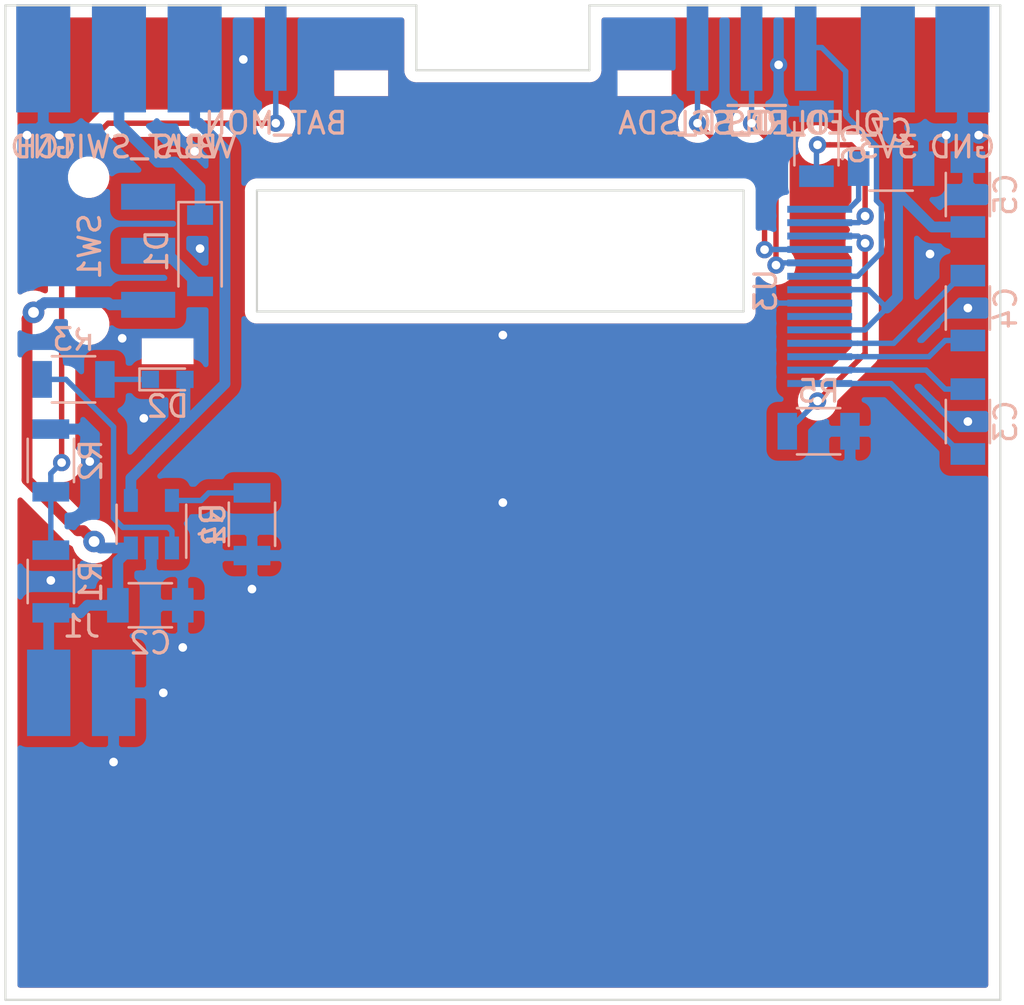
<source format=kicad_pcb>
(kicad_pcb (version 20171130) (host pcbnew "(5.1.2)-1")

  (general
    (thickness 1.6)
    (drawings 20)
    (tracks 167)
    (zones 0)
    (modules 26)
    (nets 21)
  )

  (page A4)
  (layers
    (0 F.Cu signal)
    (31 B.Cu signal)
    (32 B.Adhes user hide)
    (33 F.Adhes user hide)
    (34 B.Paste user hide)
    (35 F.Paste user hide)
    (36 B.SilkS user hide)
    (37 F.SilkS user hide)
    (38 B.Mask user hide)
    (39 F.Mask user hide)
    (40 Dwgs.User user hide)
    (41 Cmts.User user hide)
    (42 Eco1.User user hide)
    (43 Eco2.User user hide)
    (44 Edge.Cuts user)
    (45 Margin user hide)
    (46 B.CrtYd user hide)
    (47 F.CrtYd user hide)
    (48 B.Fab user hide)
    (49 F.Fab user hide)
  )

  (setup
    (last_trace_width 0.25)
    (user_trace_width 0.2)
    (user_trace_width 0.25)
    (user_trace_width 0.5)
    (trace_clearance 0.2)
    (zone_clearance 0.508)
    (zone_45_only no)
    (trace_min 0.2)
    (via_size 0.8)
    (via_drill 0.4)
    (via_min_size 0.4)
    (via_min_drill 0.3)
    (uvia_size 0.3)
    (uvia_drill 0.1)
    (uvias_allowed no)
    (uvia_min_size 0.2)
    (uvia_min_drill 0.1)
    (edge_width 0.1)
    (segment_width 0.2)
    (pcb_text_width 0.3)
    (pcb_text_size 1.5 1.5)
    (mod_edge_width 0.15)
    (mod_text_size 1 1)
    (mod_text_width 0.15)
    (pad_size 1.06 0.65)
    (pad_drill 0)
    (pad_to_mask_clearance 0)
    (aux_axis_origin 0 0)
    (grid_origin 150.5 115.5)
    (visible_elements 7FFFFFFF)
    (pcbplotparams
      (layerselection 0x010fc_ffffffff)
      (usegerberextensions false)
      (usegerberattributes false)
      (usegerberadvancedattributes false)
      (creategerberjobfile false)
      (excludeedgelayer true)
      (linewidth 0.100000)
      (plotframeref false)
      (viasonmask false)
      (mode 1)
      (useauxorigin false)
      (hpglpennumber 1)
      (hpglpenspeed 20)
      (hpglpendiameter 15.000000)
      (psnegative false)
      (psa4output false)
      (plotreference true)
      (plotvalue true)
      (plotinvisibletext false)
      (padsonsilk false)
      (subtractmaskfromsilk false)
      (outputformat 1)
      (mirror false)
      (drillshape 1)
      (scaleselection 1)
      (outputdirectory ""))
  )

  (net 0 "")
  (net 1 GND)
  (net 2 +BATT)
  (net 3 "Net-(C3-Pad1)")
  (net 4 "Net-(C3-Pad2)")
  (net 5 "Net-(C4-Pad2)")
  (net 6 "Net-(C4-Pad1)")
  (net 7 +3V3)
  (net 8 "Net-(C6-Pad1)")
  (net 9 "Net-(C7-Pad2)")
  (net 10 /VBAT_SWITCH)
  (net 11 "Net-(D1-Pad2)")
  (net 12 VBUS)
  (net 13 "Net-(D2-Pad1)")
  (net 14 /BAT_MON)
  (net 15 /OLED_~RES)
  (net 16 /OLED_SCL)
  (net 17 /OLED_SDA)
  (net 18 "Net-(R3-Pad2)")
  (net 19 "Net-(R4-Pad1)")
  (net 20 "Net-(R5-Pad2)")

  (net_class Default "This is the default net class."
    (clearance 0.2)
    (trace_width 0.25)
    (via_dia 0.8)
    (via_drill 0.4)
    (uvia_dia 0.3)
    (uvia_drill 0.1)
    (add_net /BAT_MON)
    (add_net /OLED_SCL)
    (add_net /OLED_SDA)
    (add_net /OLED_~RES)
    (add_net "Net-(C3-Pad1)")
    (add_net "Net-(C3-Pad2)")
    (add_net "Net-(C4-Pad1)")
    (add_net "Net-(C4-Pad2)")
    (add_net "Net-(C6-Pad1)")
    (add_net "Net-(C7-Pad2)")
    (add_net "Net-(D1-Pad2)")
    (add_net "Net-(D2-Pad1)")
    (add_net "Net-(R3-Pad2)")
    (add_net "Net-(R4-Pad1)")
    (add_net "Net-(R5-Pad2)")
  )

  (net_class Power ""
    (clearance 0.3)
    (trace_width 0.5)
    (via_dia 1)
    (via_drill 0.5)
    (uvia_dia 0.3)
    (uvia_drill 0.1)
    (add_net +3V3)
    (add_net +BATT)
    (add_net /VBAT_SWITCH)
    (add_net GND)
    (add_net VBUS)
  )

  (module Custom:Mounting_Pad_Power (layer B.Cu) (tedit 5D7A81B3) (tstamp 5D7BEFF1)
    (at 168.3 94.95)
    (path /5D7C1B62)
    (fp_text reference H7 (at 0 -3.9) (layer B.Fab)
      (effects (font (size 1 1) (thickness 0.15)) (justify mirror))
    )
    (fp_text value 3V3 (at 0 4.1) (layer B.SilkS)
      (effects (font (size 1 1) (thickness 0.15)) (justify mirror))
    )
    (pad 1 smd rect (at 0 0) (size 2.5 5) (layers B.Cu B.Paste B.Mask)
      (net 7 +3V3))
  )

  (module Custom:JS102011SAQN (layer B.Cu) (tedit 5D7B7716) (tstamp 5D7C0278)
    (at 134.1 103.85 90)
    (path /5D7A8209)
    (fp_text reference SW1 (at 0.2 -2.7 -90) (layer B.SilkS)
      (effects (font (size 1 1) (thickness 0.15)) (justify mirror))
    )
    (fp_text value SW_DPDT_x2 (at 0 2.4 -90) (layer B.Fab)
      (effects (font (size 1 1) (thickness 0.15)) (justify mirror))
    )
    (fp_line (start -1.8 -6.55) (end -1.8 -4.55) (layer B.Fab) (width 0.12))
    (fp_line (start -0.3 -6.55) (end -1.8 -6.55) (layer B.Fab) (width 0.12))
    (fp_line (start -0.3 -4.55) (end -0.3 -6.55) (layer B.Fab) (width 0.12))
    (fp_line (start 4.5 -4.55) (end -4.5 -4.55) (layer B.Fab) (width 0.12))
    (fp_line (start 4.5 -0.95) (end 4.5 -4.55) (layer B.Fab) (width 0.12))
    (fp_line (start -4.5 -0.95) (end 4.5 -0.95) (layer B.Fab) (width 0.12))
    (fp_line (start -4.5 -4.55) (end -4.5 -0.95) (layer B.Fab) (width 0.12))
    (pad "" np_thru_hole circle (at -3.4 -2.75 90) (size 0.9 0.9) (drill 0.9) (layers *.Cu *.Mask))
    (pad "" np_thru_hole circle (at 3.4 -2.75 90) (size 0.9 0.9) (drill 0.9) (layers *.Cu *.Mask))
    (pad 3 smd rect (at 2.5 0 90) (size 1.2 2.5) (layers B.Cu B.Paste B.Mask))
    (pad 2 smd rect (at 0 0 90) (size 1.2 2.5) (layers B.Cu B.Paste B.Mask)
      (net 11 "Net-(D1-Pad2)"))
    (pad 1 smd rect (at -2.5 0 90) (size 1.2 2.5) (layers B.Cu B.Paste B.Mask)
      (net 2 +BATT))
  )

  (module Custom:Conn_Bat (layer B.Cu) (tedit 5D7B7328) (tstamp 5D7C05AE)
    (at 131 126.27)
    (path /5D189E7A)
    (fp_text reference J1 (at 0.02 -5.05) (layer B.SilkS)
      (effects (font (size 1 1) (thickness 0.15)) (justify mirror))
    )
    (fp_text value Conn_01x02_Male (at 0 1.16) (layer B.Fab)
      (effects (font (size 1 1) (thickness 0.15)) (justify mirror))
    )
    (pad 2 smd rect (at 1.5 -1.97) (size 2 4) (layers B.Cu B.Paste B.Mask)
      (net 1 GND))
    (pad 1 smd rect (at -1.5 -1.97) (size 2 4) (layers B.Cu B.Paste B.Mask)
      (net 2 +BATT))
  )

  (module Custom:SSD1306_OLED (layer B.Cu) (tedit 5D7B6AF4) (tstamp 5D7BFC76)
    (at 165.15 109.99 180)
    (path /5D7656B4)
    (fp_text reference U3 (at 2.5 4.3 270) (layer B.SilkS)
      (effects (font (size 1 1) (thickness 0.15)) (justify mirror))
    )
    (fp_text value SSD1306 (at -2.4 4.2 270) (layer B.Fab)
      (effects (font (size 1 1) (thickness 0.15)) (justify mirror))
    )
    (fp_line (start 1.5 8.53) (end -2 8.53) (layer B.Fab) (width 0.12))
    (fp_line (start 1.5 -0.47) (end -2 -0.47) (layer B.Fab) (width 0.12))
    (fp_line (start 1.5 8.53) (end 1.5 -0.47) (layer B.Fab) (width 0.12))
    (fp_text user 14 (at 2.45 8.42) (layer B.Fab)
      (effects (font (size 1 1) (thickness 0.15)) (justify mirror))
    )
    (fp_text user 1 (at 2.04 -0.46) (layer B.Fab)
      (effects (font (size 1 1) (thickness 0.15)) (justify mirror))
    )
    (pad 14 smd rect (at 0 8.06 180) (size 3 0.32) (layers B.Cu B.Paste B.Mask)
      (net 9 "Net-(C7-Pad2)"))
    (pad 13 smd rect (at 0 7.44 180) (size 3 0.32) (layers B.Cu B.Paste B.Mask)
      (net 8 "Net-(C6-Pad1)"))
    (pad 12 smd rect (at 0 6.82 180) (size 3 0.32) (layers B.Cu B.Paste B.Mask)
      (net 20 "Net-(R5-Pad2)"))
    (pad 11 smd rect (at 0 6.2 180) (size 3 0.32) (layers B.Cu B.Paste B.Mask)
      (net 17 /OLED_SDA))
    (pad 10 smd rect (at 0 5.58 180) (size 3 0.32) (layers B.Cu B.Paste B.Mask)
      (net 16 /OLED_SCL))
    (pad 9 smd rect (at 0 4.96 180) (size 3 0.32) (layers B.Cu B.Paste B.Mask)
      (net 15 /OLED_~RES))
    (pad 8 smd rect (at 0 4.34 180) (size 3 0.32) (layers B.Cu B.Paste B.Mask)
      (net 7 +3V3))
    (pad 7 smd rect (at 0 3.72 180) (size 3 0.32) (layers B.Cu B.Paste B.Mask)
      (net 1 GND))
    (pad 6 smd rect (at 0 3.1 180) (size 3 0.32) (layers B.Cu B.Paste B.Mask))
    (pad 5 smd rect (at 0 2.48 180) (size 3 0.32) (layers B.Cu B.Paste B.Mask)
      (net 7 +3V3))
    (pad 4 smd rect (at 0 1.86 180) (size 3 0.32) (layers B.Cu B.Paste B.Mask)
      (net 5 "Net-(C4-Pad2)"))
    (pad 3 smd rect (at 0 1.24 180) (size 3 0.32) (layers B.Cu B.Paste B.Mask)
      (net 6 "Net-(C4-Pad1)"))
    (pad 2 smd rect (at 0 0.62 180) (size 3 0.32) (layers B.Cu B.Paste B.Mask)
      (net 4 "Net-(C3-Pad2)"))
    (pad 1 smd rect (at 0 0 180) (size 3 0.32) (layers B.Cu B.Paste B.Mask)
      (net 3 "Net-(C3-Pad1)"))
  )

  (module Capacitors_SMD:C_1206 (layer B.Cu) (tedit 58AA84B8) (tstamp 5D7BEF4B)
    (at 134.2 120.25)
    (descr "Capacitor SMD 1206, reflow soldering, AVX (see smccp.pdf)")
    (tags "capacitor 1206")
    (path /5D16C2F0)
    (attr smd)
    (fp_text reference C2 (at 0 1.75) (layer B.SilkS)
      (effects (font (size 1 1) (thickness 0.15)) (justify mirror))
    )
    (fp_text value 10µ (at 0 -2) (layer B.Fab)
      (effects (font (size 1 1) (thickness 0.15)) (justify mirror))
    )
    (fp_line (start 2.25 -1.05) (end -2.25 -1.05) (layer B.CrtYd) (width 0.05))
    (fp_line (start 2.25 -1.05) (end 2.25 1.05) (layer B.CrtYd) (width 0.05))
    (fp_line (start -2.25 1.05) (end -2.25 -1.05) (layer B.CrtYd) (width 0.05))
    (fp_line (start -2.25 1.05) (end 2.25 1.05) (layer B.CrtYd) (width 0.05))
    (fp_line (start -1 -1.02) (end 1 -1.02) (layer B.SilkS) (width 0.12))
    (fp_line (start 1 1.02) (end -1 1.02) (layer B.SilkS) (width 0.12))
    (fp_line (start -1.6 0.8) (end 1.6 0.8) (layer B.Fab) (width 0.1))
    (fp_line (start 1.6 0.8) (end 1.6 -0.8) (layer B.Fab) (width 0.1))
    (fp_line (start 1.6 -0.8) (end -1.6 -0.8) (layer B.Fab) (width 0.1))
    (fp_line (start -1.6 -0.8) (end -1.6 0.8) (layer B.Fab) (width 0.1))
    (fp_text user %R (at 0 1.75) (layer B.Fab)
      (effects (font (size 1 1) (thickness 0.15)) (justify mirror))
    )
    (pad 2 smd rect (at 1.5 0) (size 1 1.6) (layers B.Cu B.Paste B.Mask)
      (net 1 GND))
    (pad 1 smd rect (at -1.5 0) (size 1 1.6) (layers B.Cu B.Paste B.Mask)
      (net 2 +BATT))
    (model Capacitors_SMD.3dshapes/C_1206.wrl
      (at (xyz 0 0 0))
      (scale (xyz 1 1 1))
      (rotate (xyz 0 0 0))
    )
  )

  (module Capacitors_SMD:C_1206 (layer B.Cu) (tedit 58AA84B8) (tstamp 5D7BEF5C)
    (at 172 111.75 90)
    (descr "Capacitor SMD 1206, reflow soldering, AVX (see smccp.pdf)")
    (tags "capacitor 1206")
    (path /5D7656BB)
    (attr smd)
    (fp_text reference C3 (at 0 1.75 90) (layer B.SilkS)
      (effects (font (size 1 1) (thickness 0.15)) (justify mirror))
    )
    (fp_text value 1µ (at 0 -2 90) (layer B.Fab)
      (effects (font (size 1 1) (thickness 0.15)) (justify mirror))
    )
    (fp_text user %R (at 0 1.75 90) (layer B.Fab)
      (effects (font (size 1 1) (thickness 0.15)) (justify mirror))
    )
    (fp_line (start -1.6 -0.8) (end -1.6 0.8) (layer B.Fab) (width 0.1))
    (fp_line (start 1.6 -0.8) (end -1.6 -0.8) (layer B.Fab) (width 0.1))
    (fp_line (start 1.6 0.8) (end 1.6 -0.8) (layer B.Fab) (width 0.1))
    (fp_line (start -1.6 0.8) (end 1.6 0.8) (layer B.Fab) (width 0.1))
    (fp_line (start 1 1.02) (end -1 1.02) (layer B.SilkS) (width 0.12))
    (fp_line (start -1 -1.02) (end 1 -1.02) (layer B.SilkS) (width 0.12))
    (fp_line (start -2.25 1.05) (end 2.25 1.05) (layer B.CrtYd) (width 0.05))
    (fp_line (start -2.25 1.05) (end -2.25 -1.05) (layer B.CrtYd) (width 0.05))
    (fp_line (start 2.25 -1.05) (end 2.25 1.05) (layer B.CrtYd) (width 0.05))
    (fp_line (start 2.25 -1.05) (end -2.25 -1.05) (layer B.CrtYd) (width 0.05))
    (pad 1 smd rect (at -1.5 0 90) (size 1 1.6) (layers B.Cu B.Paste B.Mask)
      (net 3 "Net-(C3-Pad1)"))
    (pad 2 smd rect (at 1.5 0 90) (size 1 1.6) (layers B.Cu B.Paste B.Mask)
      (net 4 "Net-(C3-Pad2)"))
    (model Capacitors_SMD.3dshapes/C_1206.wrl
      (at (xyz 0 0 0))
      (scale (xyz 1 1 1))
      (rotate (xyz 0 0 0))
    )
  )

  (module Capacitors_SMD:C_1206 (layer B.Cu) (tedit 58AA84B8) (tstamp 5D7BEF6D)
    (at 172 106.5 90)
    (descr "Capacitor SMD 1206, reflow soldering, AVX (see smccp.pdf)")
    (tags "capacitor 1206")
    (path /5D7656C1)
    (attr smd)
    (fp_text reference C4 (at 0 1.75 90) (layer B.SilkS)
      (effects (font (size 1 1) (thickness 0.15)) (justify mirror))
    )
    (fp_text value 1µ (at 0 -2 90) (layer B.Fab)
      (effects (font (size 1 1) (thickness 0.15)) (justify mirror))
    )
    (fp_line (start 2.25 -1.05) (end -2.25 -1.05) (layer B.CrtYd) (width 0.05))
    (fp_line (start 2.25 -1.05) (end 2.25 1.05) (layer B.CrtYd) (width 0.05))
    (fp_line (start -2.25 1.05) (end -2.25 -1.05) (layer B.CrtYd) (width 0.05))
    (fp_line (start -2.25 1.05) (end 2.25 1.05) (layer B.CrtYd) (width 0.05))
    (fp_line (start -1 -1.02) (end 1 -1.02) (layer B.SilkS) (width 0.12))
    (fp_line (start 1 1.02) (end -1 1.02) (layer B.SilkS) (width 0.12))
    (fp_line (start -1.6 0.8) (end 1.6 0.8) (layer B.Fab) (width 0.1))
    (fp_line (start 1.6 0.8) (end 1.6 -0.8) (layer B.Fab) (width 0.1))
    (fp_line (start 1.6 -0.8) (end -1.6 -0.8) (layer B.Fab) (width 0.1))
    (fp_line (start -1.6 -0.8) (end -1.6 0.8) (layer B.Fab) (width 0.1))
    (fp_text user %R (at 0 1.75 90) (layer B.Fab)
      (effects (font (size 1 1) (thickness 0.15)) (justify mirror))
    )
    (pad 2 smd rect (at 1.5 0 90) (size 1 1.6) (layers B.Cu B.Paste B.Mask)
      (net 5 "Net-(C4-Pad2)"))
    (pad 1 smd rect (at -1.5 0 90) (size 1 1.6) (layers B.Cu B.Paste B.Mask)
      (net 6 "Net-(C4-Pad1)"))
    (model Capacitors_SMD.3dshapes/C_1206.wrl
      (at (xyz 0 0 0))
      (scale (xyz 1 1 1))
      (rotate (xyz 0 0 0))
    )
  )

  (module Capacitors_SMD:C_1206 (layer B.Cu) (tedit 58AA84B8) (tstamp 5D7BEF7E)
    (at 172 101.25 90)
    (descr "Capacitor SMD 1206, reflow soldering, AVX (see smccp.pdf)")
    (tags "capacitor 1206")
    (path /5D7656C7)
    (attr smd)
    (fp_text reference C5 (at 0 1.75 90) (layer B.SilkS)
      (effects (font (size 1 1) (thickness 0.15)) (justify mirror))
    )
    (fp_text value 1µ (at 0 -2 90) (layer B.Fab)
      (effects (font (size 1 1) (thickness 0.15)) (justify mirror))
    )
    (fp_text user %R (at 0 1.75 90) (layer B.Fab)
      (effects (font (size 1 1) (thickness 0.15)) (justify mirror))
    )
    (fp_line (start -1.6 -0.8) (end -1.6 0.8) (layer B.Fab) (width 0.1))
    (fp_line (start 1.6 -0.8) (end -1.6 -0.8) (layer B.Fab) (width 0.1))
    (fp_line (start 1.6 0.8) (end 1.6 -0.8) (layer B.Fab) (width 0.1))
    (fp_line (start -1.6 0.8) (end 1.6 0.8) (layer B.Fab) (width 0.1))
    (fp_line (start 1 1.02) (end -1 1.02) (layer B.SilkS) (width 0.12))
    (fp_line (start -1 -1.02) (end 1 -1.02) (layer B.SilkS) (width 0.12))
    (fp_line (start -2.25 1.05) (end 2.25 1.05) (layer B.CrtYd) (width 0.05))
    (fp_line (start -2.25 1.05) (end -2.25 -1.05) (layer B.CrtYd) (width 0.05))
    (fp_line (start 2.25 -1.05) (end 2.25 1.05) (layer B.CrtYd) (width 0.05))
    (fp_line (start 2.25 -1.05) (end -2.25 -1.05) (layer B.CrtYd) (width 0.05))
    (pad 1 smd rect (at -1.5 0 90) (size 1 1.6) (layers B.Cu B.Paste B.Mask)
      (net 7 +3V3))
    (pad 2 smd rect (at 1.5 0 90) (size 1 1.6) (layers B.Cu B.Paste B.Mask)
      (net 1 GND))
    (model Capacitors_SMD.3dshapes/C_1206.wrl
      (at (xyz 0 0 0))
      (scale (xyz 1 1 1))
      (rotate (xyz 0 0 0))
    )
  )

  (module Capacitors_SMD:C_1206 (layer B.Cu) (tedit 58AA84B8) (tstamp 5D7C0B6A)
    (at 165 98.9 90)
    (descr "Capacitor SMD 1206, reflow soldering, AVX (see smccp.pdf)")
    (tags "capacitor 1206")
    (path /5D7656CD)
    (attr smd)
    (fp_text reference C6 (at 0 1.75 90) (layer B.SilkS)
      (effects (font (size 1 1) (thickness 0.15)) (justify mirror))
    )
    (fp_text value 4.7µ (at 0 -2 90) (layer B.Fab)
      (effects (font (size 1 1) (thickness 0.15)) (justify mirror))
    )
    (fp_line (start 2.25 -1.05) (end -2.25 -1.05) (layer B.CrtYd) (width 0.05))
    (fp_line (start 2.25 -1.05) (end 2.25 1.05) (layer B.CrtYd) (width 0.05))
    (fp_line (start -2.25 1.05) (end -2.25 -1.05) (layer B.CrtYd) (width 0.05))
    (fp_line (start -2.25 1.05) (end 2.25 1.05) (layer B.CrtYd) (width 0.05))
    (fp_line (start -1 -1.02) (end 1 -1.02) (layer B.SilkS) (width 0.12))
    (fp_line (start 1 1.02) (end -1 1.02) (layer B.SilkS) (width 0.12))
    (fp_line (start -1.6 0.8) (end 1.6 0.8) (layer B.Fab) (width 0.1))
    (fp_line (start 1.6 0.8) (end 1.6 -0.8) (layer B.Fab) (width 0.1))
    (fp_line (start 1.6 -0.8) (end -1.6 -0.8) (layer B.Fab) (width 0.1))
    (fp_line (start -1.6 -0.8) (end -1.6 0.8) (layer B.Fab) (width 0.1))
    (fp_text user %R (at 0 1.75 90) (layer B.Fab)
      (effects (font (size 1 1) (thickness 0.15)) (justify mirror))
    )
    (pad 2 smd rect (at 1.5 0 90) (size 1 1.6) (layers B.Cu B.Paste B.Mask)
      (net 1 GND))
    (pad 1 smd rect (at -1.5 0 90) (size 1 1.6) (layers B.Cu B.Paste B.Mask)
      (net 8 "Net-(C6-Pad1)"))
    (model Capacitors_SMD.3dshapes/C_1206.wrl
      (at (xyz 0 0 0))
      (scale (xyz 1 1 1))
      (rotate (xyz 0 0 0))
    )
  )

  (module Capacitors_SMD:C_1206 (layer B.Cu) (tedit 58AA84B8) (tstamp 5D7C0AA7)
    (at 168.45 100.05 180)
    (descr "Capacitor SMD 1206, reflow soldering, AVX (see smccp.pdf)")
    (tags "capacitor 1206")
    (path /5D7656D3)
    (attr smd)
    (fp_text reference C7 (at 0 1.75) (layer B.SilkS)
      (effects (font (size 1 1) (thickness 0.15)) (justify mirror))
    )
    (fp_text value 4.7µ (at 0 -2) (layer B.Fab)
      (effects (font (size 1 1) (thickness 0.15)) (justify mirror))
    )
    (fp_text user %R (at 0 1.75) (layer B.Fab)
      (effects (font (size 1 1) (thickness 0.15)) (justify mirror))
    )
    (fp_line (start -1.6 -0.8) (end -1.6 0.8) (layer B.Fab) (width 0.1))
    (fp_line (start 1.6 -0.8) (end -1.6 -0.8) (layer B.Fab) (width 0.1))
    (fp_line (start 1.6 0.8) (end 1.6 -0.8) (layer B.Fab) (width 0.1))
    (fp_line (start -1.6 0.8) (end 1.6 0.8) (layer B.Fab) (width 0.1))
    (fp_line (start 1 1.02) (end -1 1.02) (layer B.SilkS) (width 0.12))
    (fp_line (start -1 -1.02) (end 1 -1.02) (layer B.SilkS) (width 0.12))
    (fp_line (start -2.25 1.05) (end 2.25 1.05) (layer B.CrtYd) (width 0.05))
    (fp_line (start -2.25 1.05) (end -2.25 -1.05) (layer B.CrtYd) (width 0.05))
    (fp_line (start 2.25 -1.05) (end 2.25 1.05) (layer B.CrtYd) (width 0.05))
    (fp_line (start 2.25 -1.05) (end -2.25 -1.05) (layer B.CrtYd) (width 0.05))
    (pad 1 smd rect (at -1.5 0 180) (size 1 1.6) (layers B.Cu B.Paste B.Mask)
      (net 1 GND))
    (pad 2 smd rect (at 1.5 0 180) (size 1 1.6) (layers B.Cu B.Paste B.Mask)
      (net 9 "Net-(C7-Pad2)"))
    (model Capacitors_SMD.3dshapes/C_1206.wrl
      (at (xyz 0 0 0))
      (scale (xyz 1 1 1))
      (rotate (xyz 0 0 0))
    )
  )

  (module Diodes_SMD:D_SOD-123 (layer B.Cu) (tedit 58645DC7) (tstamp 5D7C0D0F)
    (at 136.5 103.85 270)
    (descr SOD-123)
    (tags SOD-123)
    (path /5D183802)
    (attr smd)
    (fp_text reference D1 (at 0 2 90) (layer B.SilkS)
      (effects (font (size 1 1) (thickness 0.15)) (justify mirror))
    )
    (fp_text value D_Schottky (at 0 -2.1 90) (layer B.Fab)
      (effects (font (size 1 1) (thickness 0.15)) (justify mirror))
    )
    (fp_text user %R (at 0 2 90) (layer B.Fab)
      (effects (font (size 1 1) (thickness 0.15)) (justify mirror))
    )
    (fp_line (start -2.25 1) (end -2.25 -1) (layer B.SilkS) (width 0.12))
    (fp_line (start 0.25 0) (end 0.75 0) (layer B.Fab) (width 0.1))
    (fp_line (start 0.25 -0.4) (end -0.35 0) (layer B.Fab) (width 0.1))
    (fp_line (start 0.25 0.4) (end 0.25 -0.4) (layer B.Fab) (width 0.1))
    (fp_line (start -0.35 0) (end 0.25 0.4) (layer B.Fab) (width 0.1))
    (fp_line (start -0.35 0) (end -0.35 -0.55) (layer B.Fab) (width 0.1))
    (fp_line (start -0.35 0) (end -0.35 0.55) (layer B.Fab) (width 0.1))
    (fp_line (start -0.75 0) (end -0.35 0) (layer B.Fab) (width 0.1))
    (fp_line (start -1.4 -0.9) (end -1.4 0.9) (layer B.Fab) (width 0.1))
    (fp_line (start 1.4 -0.9) (end -1.4 -0.9) (layer B.Fab) (width 0.1))
    (fp_line (start 1.4 0.9) (end 1.4 -0.9) (layer B.Fab) (width 0.1))
    (fp_line (start -1.4 0.9) (end 1.4 0.9) (layer B.Fab) (width 0.1))
    (fp_line (start -2.35 1.15) (end 2.35 1.15) (layer B.CrtYd) (width 0.05))
    (fp_line (start 2.35 1.15) (end 2.35 -1.15) (layer B.CrtYd) (width 0.05))
    (fp_line (start 2.35 -1.15) (end -2.35 -1.15) (layer B.CrtYd) (width 0.05))
    (fp_line (start -2.35 1.15) (end -2.35 -1.15) (layer B.CrtYd) (width 0.05))
    (fp_line (start -2.25 -1) (end 1.65 -1) (layer B.SilkS) (width 0.12))
    (fp_line (start -2.25 1) (end 1.65 1) (layer B.SilkS) (width 0.12))
    (pad 1 smd rect (at -1.65 0 270) (size 0.9 1.2) (layers B.Cu B.Paste B.Mask)
      (net 10 /VBAT_SWITCH))
    (pad 2 smd rect (at 1.65 0 270) (size 0.9 1.2) (layers B.Cu B.Paste B.Mask)
      (net 11 "Net-(D1-Pad2)"))
    (model ${KISYS3DMOD}/Diodes_SMD.3dshapes/D_SOD-123.wrl
      (at (xyz 0 0 0))
      (scale (xyz 1 1 1))
      (rotate (xyz 0 0 0))
    )
  )

  (module LEDs:LED_0603 (layer B.Cu) (tedit 57FE93A5) (tstamp 5D7C153A)
    (at 135 109.8)
    (descr "LED 0603 smd package")
    (tags "LED led 0603 SMD smd SMT smt smdled SMDLED smtled SMTLED")
    (path /5D16DD5D)
    (attr smd)
    (fp_text reference D2 (at 0 1.25) (layer B.SilkS)
      (effects (font (size 1 1) (thickness 0.15)) (justify mirror))
    )
    (fp_text value ORANGE (at 0 -1.35) (layer B.Fab)
      (effects (font (size 1 1) (thickness 0.15)) (justify mirror))
    )
    (fp_line (start -1.3 0.5) (end -1.3 -0.5) (layer B.SilkS) (width 0.12))
    (fp_line (start -0.2 0.2) (end -0.2 -0.2) (layer B.Fab) (width 0.1))
    (fp_line (start -0.15 0) (end 0.15 0.2) (layer B.Fab) (width 0.1))
    (fp_line (start 0.15 -0.2) (end -0.15 0) (layer B.Fab) (width 0.1))
    (fp_line (start 0.15 0.2) (end 0.15 -0.2) (layer B.Fab) (width 0.1))
    (fp_line (start 0.8 -0.4) (end -0.8 -0.4) (layer B.Fab) (width 0.1))
    (fp_line (start 0.8 0.4) (end 0.8 -0.4) (layer B.Fab) (width 0.1))
    (fp_line (start -0.8 0.4) (end 0.8 0.4) (layer B.Fab) (width 0.1))
    (fp_line (start -0.8 -0.4) (end -0.8 0.4) (layer B.Fab) (width 0.1))
    (fp_line (start -1.3 -0.5) (end 0.8 -0.5) (layer B.SilkS) (width 0.12))
    (fp_line (start -1.3 0.5) (end 0.8 0.5) (layer B.SilkS) (width 0.12))
    (fp_line (start 1.45 0.65) (end 1.45 -0.65) (layer B.CrtYd) (width 0.05))
    (fp_line (start 1.45 -0.65) (end -1.45 -0.65) (layer B.CrtYd) (width 0.05))
    (fp_line (start -1.45 -0.65) (end -1.45 0.65) (layer B.CrtYd) (width 0.05))
    (fp_line (start -1.45 0.65) (end 1.45 0.65) (layer B.CrtYd) (width 0.05))
    (pad 2 smd rect (at 0.8 0 180) (size 0.8 0.8) (layers B.Cu B.Paste B.Mask)
      (net 12 VBUS))
    (pad 1 smd rect (at -0.8 0 180) (size 0.8 0.8) (layers B.Cu B.Paste B.Mask)
      (net 13 "Net-(D2-Pad1)"))
    (model ${KISYS3DMOD}/LEDs.3dshapes/LED_0603.wrl
      (at (xyz 0 0 0))
      (scale (xyz 1 1 1))
      (rotate (xyz 0 0 180))
    )
  )

  (module Custom:Mounting_Pad_Signal (layer B.Cu) (tedit 5D7A81A8) (tstamp 5D7BEFD3)
    (at 140 94.45)
    (path /5D7F98B2)
    (fp_text reference H1 (at 0 -3.3) (layer B.Fab)
      (effects (font (size 1 1) (thickness 0.15)) (justify mirror))
    )
    (fp_text value BAT_MON (at 0 3.5) (layer B.SilkS)
      (effects (font (size 1 1) (thickness 0.15)) (justify mirror))
    )
    (pad 1 smd rect (at 0 0) (size 1 4) (layers B.Cu B.Paste B.Mask)
      (net 14 /BAT_MON))
  )

  (module Custom:Mounting_Pad_Signal (layer B.Cu) (tedit 5D7A81A8) (tstamp 5D7BEFDD)
    (at 164.5 94.45)
    (path /5D7FD764)
    (fp_text reference H3 (at 0 -3.3) (layer B.Fab)
      (effects (font (size 1 1) (thickness 0.15)) (justify mirror))
    )
    (fp_text value OLED_~RES (at 0 3.5) (layer B.SilkS)
      (effects (font (size 1 1) (thickness 0.15)) (justify mirror))
    )
    (pad 1 smd rect (at 0 0) (size 1 4) (layers B.Cu B.Paste B.Mask)
      (net 15 /OLED_~RES))
  )

  (module Custom:Mounting_Pad_Signal (layer B.Cu) (tedit 5D7A81A8) (tstamp 5D7BEFE2)
    (at 162 94.45)
    (path /5D7FDA61)
    (fp_text reference H4 (at 0 -3.3) (layer B.Fab)
      (effects (font (size 1 1) (thickness 0.15)) (justify mirror))
    )
    (fp_text value OLED_SCL (at 0 3.5) (layer B.SilkS)
      (effects (font (size 1 1) (thickness 0.15)) (justify mirror))
    )
    (pad 1 smd rect (at 0 0) (size 1 4) (layers B.Cu B.Paste B.Mask)
      (net 16 /OLED_SCL))
  )

  (module Custom:Mounting_Pad_Signal (layer B.Cu) (tedit 5D7A81A8) (tstamp 5D7BEFE7)
    (at 159.5 94.45)
    (path /5D7FDC46)
    (fp_text reference H5 (at 0 -3.3 180) (layer B.Fab)
      (effects (font (size 1 1) (thickness 0.15)) (justify mirror))
    )
    (fp_text value OLED_SDA (at 0 3.5 180) (layer B.SilkS)
      (effects (font (size 1 1) (thickness 0.15)) (justify mirror))
    )
    (pad 1 smd rect (at 0 0) (size 1 4) (layers B.Cu B.Paste B.Mask)
      (net 17 /OLED_SDA))
  )

  (module Custom:Mounting_Pad_Power (layer B.Cu) (tedit 5D7A81B3) (tstamp 5D7BEFEC)
    (at 136.25 94.95)
    (path /5D78D28F)
    (fp_text reference H6 (at 0 -3.9) (layer B.Fab)
      (effects (font (size 1 1) (thickness 0.15)) (justify mirror))
    )
    (fp_text value VBUS (at 0 4.1) (layer B.SilkS)
      (effects (font (size 1 1) (thickness 0.15)) (justify mirror))
    )
    (pad 1 smd rect (at 0 0) (size 2.5 5) (layers B.Cu B.Paste B.Mask)
      (net 12 VBUS))
  )

  (module Custom:Mounting_Pad_Power (layer B.Cu) (tedit 5D7A81B3) (tstamp 5D7BEFF6)
    (at 171.75 94.95)
    (path /5D7C32E1)
    (fp_text reference H8 (at 0 -3.9) (layer B.Fab)
      (effects (font (size 1 1) (thickness 0.15)) (justify mirror))
    )
    (fp_text value GND (at 0 4.1) (layer B.SilkS)
      (effects (font (size 1 1) (thickness 0.15)) (justify mirror))
    )
    (pad 1 smd rect (at 0 0) (size 2.5 5) (layers B.Cu B.Paste B.Mask)
      (net 1 GND))
  )

  (module Resistors_SMD:R_1206 (layer B.Cu) (tedit 58E0A804) (tstamp 5D7C090D)
    (at 129.6 119.15 90)
    (descr "Resistor SMD 1206, reflow soldering, Vishay (see dcrcw.pdf)")
    (tags "resistor 1206")
    (path /5D176A1F)
    (attr smd)
    (fp_text reference R1 (at 0 1.85 90) (layer B.SilkS)
      (effects (font (size 1 1) (thickness 0.15)) (justify mirror))
    )
    (fp_text value 100K (at 0 -1.95 90) (layer B.Fab)
      (effects (font (size 1 1) (thickness 0.15)) (justify mirror))
    )
    (fp_line (start 2.15 -1.1) (end -2.15 -1.1) (layer B.CrtYd) (width 0.05))
    (fp_line (start 2.15 -1.1) (end 2.15 1.11) (layer B.CrtYd) (width 0.05))
    (fp_line (start -2.15 1.11) (end -2.15 -1.1) (layer B.CrtYd) (width 0.05))
    (fp_line (start -2.15 1.11) (end 2.15 1.11) (layer B.CrtYd) (width 0.05))
    (fp_line (start -1 1.07) (end 1 1.07) (layer B.SilkS) (width 0.12))
    (fp_line (start 1 -1.07) (end -1 -1.07) (layer B.SilkS) (width 0.12))
    (fp_line (start -1.6 0.8) (end 1.6 0.8) (layer B.Fab) (width 0.1))
    (fp_line (start 1.6 0.8) (end 1.6 -0.8) (layer B.Fab) (width 0.1))
    (fp_line (start 1.6 -0.8) (end -1.6 -0.8) (layer B.Fab) (width 0.1))
    (fp_line (start -1.6 -0.8) (end -1.6 0.8) (layer B.Fab) (width 0.1))
    (fp_text user %R (at 0 0 90) (layer B.Fab)
      (effects (font (size 0.7 0.7) (thickness 0.105)) (justify mirror))
    )
    (pad 2 smd rect (at 1.45 0 90) (size 0.9 1.7) (layers B.Cu B.Paste B.Mask)
      (net 14 /BAT_MON))
    (pad 1 smd rect (at -1.45 0 90) (size 0.9 1.7) (layers B.Cu B.Paste B.Mask)
      (net 2 +BATT))
    (model ${KISYS3DMOD}/Resistors_SMD.3dshapes/R_1206.wrl
      (at (xyz 0 0 0))
      (scale (xyz 1 1 1))
      (rotate (xyz 0 0 0))
    )
  )

  (module Resistors_SMD:R_1206 (layer B.Cu) (tedit 58E0A804) (tstamp 5D7BF033)
    (at 129.6 113.55 90)
    (descr "Resistor SMD 1206, reflow soldering, Vishay (see dcrcw.pdf)")
    (tags "resistor 1206")
    (path /5D176E0F)
    (attr smd)
    (fp_text reference R2 (at 0 1.85 90) (layer B.SilkS)
      (effects (font (size 1 1) (thickness 0.15)) (justify mirror))
    )
    (fp_text value 100K (at 0 -1.95 90) (layer B.Fab)
      (effects (font (size 1 1) (thickness 0.15)) (justify mirror))
    )
    (fp_text user %R (at 0 0 90) (layer B.Fab)
      (effects (font (size 0.7 0.7) (thickness 0.105)) (justify mirror))
    )
    (fp_line (start -1.6 -0.8) (end -1.6 0.8) (layer B.Fab) (width 0.1))
    (fp_line (start 1.6 -0.8) (end -1.6 -0.8) (layer B.Fab) (width 0.1))
    (fp_line (start 1.6 0.8) (end 1.6 -0.8) (layer B.Fab) (width 0.1))
    (fp_line (start -1.6 0.8) (end 1.6 0.8) (layer B.Fab) (width 0.1))
    (fp_line (start 1 -1.07) (end -1 -1.07) (layer B.SilkS) (width 0.12))
    (fp_line (start -1 1.07) (end 1 1.07) (layer B.SilkS) (width 0.12))
    (fp_line (start -2.15 1.11) (end 2.15 1.11) (layer B.CrtYd) (width 0.05))
    (fp_line (start -2.15 1.11) (end -2.15 -1.1) (layer B.CrtYd) (width 0.05))
    (fp_line (start 2.15 -1.1) (end 2.15 1.11) (layer B.CrtYd) (width 0.05))
    (fp_line (start 2.15 -1.1) (end -2.15 -1.1) (layer B.CrtYd) (width 0.05))
    (pad 1 smd rect (at -1.45 0 90) (size 0.9 1.7) (layers B.Cu B.Paste B.Mask)
      (net 14 /BAT_MON))
    (pad 2 smd rect (at 1.45 0 90) (size 0.9 1.7) (layers B.Cu B.Paste B.Mask)
      (net 1 GND))
    (model ${KISYS3DMOD}/Resistors_SMD.3dshapes/R_1206.wrl
      (at (xyz 0 0 0))
      (scale (xyz 1 1 1))
      (rotate (xyz 0 0 0))
    )
  )

  (module Resistors_SMD:R_1206 (layer B.Cu) (tedit 58E0A804) (tstamp 5D7C0740)
    (at 130.65 109.8 180)
    (descr "Resistor SMD 1206, reflow soldering, Vishay (see dcrcw.pdf)")
    (tags "resistor 1206")
    (path /5D170C73)
    (attr smd)
    (fp_text reference R3 (at 0 1.85) (layer B.SilkS)
      (effects (font (size 1 1) (thickness 0.15)) (justify mirror))
    )
    (fp_text value 1K (at 0 -1.95) (layer B.Fab)
      (effects (font (size 1 1) (thickness 0.15)) (justify mirror))
    )
    (fp_text user %R (at 0 0) (layer B.Fab)
      (effects (font (size 0.7 0.7) (thickness 0.105)) (justify mirror))
    )
    (fp_line (start -1.6 -0.8) (end -1.6 0.8) (layer B.Fab) (width 0.1))
    (fp_line (start 1.6 -0.8) (end -1.6 -0.8) (layer B.Fab) (width 0.1))
    (fp_line (start 1.6 0.8) (end 1.6 -0.8) (layer B.Fab) (width 0.1))
    (fp_line (start -1.6 0.8) (end 1.6 0.8) (layer B.Fab) (width 0.1))
    (fp_line (start 1 -1.07) (end -1 -1.07) (layer B.SilkS) (width 0.12))
    (fp_line (start -1 1.07) (end 1 1.07) (layer B.SilkS) (width 0.12))
    (fp_line (start -2.15 1.11) (end 2.15 1.11) (layer B.CrtYd) (width 0.05))
    (fp_line (start -2.15 1.11) (end -2.15 -1.1) (layer B.CrtYd) (width 0.05))
    (fp_line (start 2.15 -1.1) (end 2.15 1.11) (layer B.CrtYd) (width 0.05))
    (fp_line (start 2.15 -1.1) (end -2.15 -1.1) (layer B.CrtYd) (width 0.05))
    (pad 1 smd rect (at -1.45 0 180) (size 0.9 1.7) (layers B.Cu B.Paste B.Mask)
      (net 13 "Net-(D2-Pad1)"))
    (pad 2 smd rect (at 1.45 0 180) (size 0.9 1.7) (layers B.Cu B.Paste B.Mask)
      (net 18 "Net-(R3-Pad2)"))
    (model ${KISYS3DMOD}/Resistors_SMD.3dshapes/R_1206.wrl
      (at (xyz 0 0 0))
      (scale (xyz 1 1 1))
      (rotate (xyz 0 0 0))
    )
  )

  (module Resistors_SMD:R_1206 (layer B.Cu) (tedit 58E0A804) (tstamp 5D7C0EF1)
    (at 138.9 116.5 270)
    (descr "Resistor SMD 1206, reflow soldering, Vishay (see dcrcw.pdf)")
    (tags "resistor 1206")
    (path /5D167CB7)
    (attr smd)
    (fp_text reference R4 (at 0 1.85 90) (layer B.SilkS)
      (effects (font (size 1 1) (thickness 0.15)) (justify mirror))
    )
    (fp_text value 5K (at 0 -1.95 90) (layer B.Fab)
      (effects (font (size 1 1) (thickness 0.15)) (justify mirror))
    )
    (fp_text user %R (at 0 0 90) (layer B.Fab)
      (effects (font (size 0.7 0.7) (thickness 0.105)) (justify mirror))
    )
    (fp_line (start -1.6 -0.8) (end -1.6 0.8) (layer B.Fab) (width 0.1))
    (fp_line (start 1.6 -0.8) (end -1.6 -0.8) (layer B.Fab) (width 0.1))
    (fp_line (start 1.6 0.8) (end 1.6 -0.8) (layer B.Fab) (width 0.1))
    (fp_line (start -1.6 0.8) (end 1.6 0.8) (layer B.Fab) (width 0.1))
    (fp_line (start 1 -1.07) (end -1 -1.07) (layer B.SilkS) (width 0.12))
    (fp_line (start -1 1.07) (end 1 1.07) (layer B.SilkS) (width 0.12))
    (fp_line (start -2.15 1.11) (end 2.15 1.11) (layer B.CrtYd) (width 0.05))
    (fp_line (start -2.15 1.11) (end -2.15 -1.1) (layer B.CrtYd) (width 0.05))
    (fp_line (start 2.15 -1.1) (end 2.15 1.11) (layer B.CrtYd) (width 0.05))
    (fp_line (start 2.15 -1.1) (end -2.15 -1.1) (layer B.CrtYd) (width 0.05))
    (pad 1 smd rect (at -1.45 0 270) (size 0.9 1.7) (layers B.Cu B.Paste B.Mask)
      (net 19 "Net-(R4-Pad1)"))
    (pad 2 smd rect (at 1.45 0 270) (size 0.9 1.7) (layers B.Cu B.Paste B.Mask)
      (net 1 GND))
    (model ${KISYS3DMOD}/Resistors_SMD.3dshapes/R_1206.wrl
      (at (xyz 0 0 0))
      (scale (xyz 1 1 1))
      (rotate (xyz 0 0 0))
    )
  )

  (module Resistors_SMD:R_1206 (layer B.Cu) (tedit 58E0A804) (tstamp 5D7C0D94)
    (at 165.1 112.2 180)
    (descr "Resistor SMD 1206, reflow soldering, Vishay (see dcrcw.pdf)")
    (tags "resistor 1206")
    (path /5D7656D9)
    (attr smd)
    (fp_text reference R5 (at 0 1.85) (layer B.SilkS)
      (effects (font (size 1 1) (thickness 0.15)) (justify mirror))
    )
    (fp_text value 330k (at 0 -1.95) (layer B.Fab)
      (effects (font (size 1 1) (thickness 0.15)) (justify mirror))
    )
    (fp_line (start 2.15 -1.1) (end -2.15 -1.1) (layer B.CrtYd) (width 0.05))
    (fp_line (start 2.15 -1.1) (end 2.15 1.11) (layer B.CrtYd) (width 0.05))
    (fp_line (start -2.15 1.11) (end -2.15 -1.1) (layer B.CrtYd) (width 0.05))
    (fp_line (start -2.15 1.11) (end 2.15 1.11) (layer B.CrtYd) (width 0.05))
    (fp_line (start -1 1.07) (end 1 1.07) (layer B.SilkS) (width 0.12))
    (fp_line (start 1 -1.07) (end -1 -1.07) (layer B.SilkS) (width 0.12))
    (fp_line (start -1.6 0.8) (end 1.6 0.8) (layer B.Fab) (width 0.1))
    (fp_line (start 1.6 0.8) (end 1.6 -0.8) (layer B.Fab) (width 0.1))
    (fp_line (start 1.6 -0.8) (end -1.6 -0.8) (layer B.Fab) (width 0.1))
    (fp_line (start -1.6 -0.8) (end -1.6 0.8) (layer B.Fab) (width 0.1))
    (fp_text user %R (at 0 0) (layer B.Fab)
      (effects (font (size 0.7 0.7) (thickness 0.105)) (justify mirror))
    )
    (pad 2 smd rect (at 1.45 0 180) (size 0.9 1.7) (layers B.Cu B.Paste B.Mask)
      (net 20 "Net-(R5-Pad2)"))
    (pad 1 smd rect (at -1.45 0 180) (size 0.9 1.7) (layers B.Cu B.Paste B.Mask)
      (net 1 GND))
    (model ${KISYS3DMOD}/Resistors_SMD.3dshapes/R_1206.wrl
      (at (xyz 0 0 0))
      (scale (xyz 1 1 1))
      (rotate (xyz 0 0 0))
    )
  )

  (module Package_TO_SOT_SMD:SOT-23-5 (layer B.Cu) (tedit 5A02FF57) (tstamp 5D7BF08A)
    (at 134.25 116.5 90)
    (descr "5-pin SOT23 package")
    (tags SOT-23-5)
    (path /5D163C93)
    (attr smd)
    (fp_text reference U2 (at 0 2.9 270) (layer B.SilkS)
      (effects (font (size 1 1) (thickness 0.15)) (justify mirror))
    )
    (fp_text value MCP73831-2-OT (at 0 -2.9 270) (layer B.Fab)
      (effects (font (size 1 1) (thickness 0.15)) (justify mirror))
    )
    (fp_text user %R (at 0 0) (layer B.Fab)
      (effects (font (size 0.5 0.5) (thickness 0.075)) (justify mirror))
    )
    (fp_line (start -0.9 -1.61) (end 0.9 -1.61) (layer B.SilkS) (width 0.12))
    (fp_line (start 0.9 1.61) (end -1.55 1.61) (layer B.SilkS) (width 0.12))
    (fp_line (start -1.9 1.8) (end 1.9 1.8) (layer B.CrtYd) (width 0.05))
    (fp_line (start 1.9 1.8) (end 1.9 -1.8) (layer B.CrtYd) (width 0.05))
    (fp_line (start 1.9 -1.8) (end -1.9 -1.8) (layer B.CrtYd) (width 0.05))
    (fp_line (start -1.9 -1.8) (end -1.9 1.8) (layer B.CrtYd) (width 0.05))
    (fp_line (start -0.9 0.9) (end -0.25 1.55) (layer B.Fab) (width 0.1))
    (fp_line (start 0.9 1.55) (end -0.25 1.55) (layer B.Fab) (width 0.1))
    (fp_line (start -0.9 0.9) (end -0.9 -1.55) (layer B.Fab) (width 0.1))
    (fp_line (start 0.9 -1.55) (end -0.9 -1.55) (layer B.Fab) (width 0.1))
    (fp_line (start 0.9 1.55) (end 0.9 -1.55) (layer B.Fab) (width 0.1))
    (pad 1 smd rect (at -1.1 0.95 90) (size 1.06 0.65) (layers B.Cu B.Paste B.Mask)
      (net 18 "Net-(R3-Pad2)"))
    (pad 2 smd rect (at -1.1 0 90) (size 1.06 0.65) (layers B.Cu B.Paste B.Mask)
      (net 1 GND))
    (pad 3 smd rect (at -1.1 -0.95 90) (size 1.06 0.65) (layers B.Cu B.Paste B.Mask)
      (net 2 +BATT))
    (pad 4 smd rect (at 1.1 -0.95 90) (size 1.06 0.65) (layers B.Cu B.Paste B.Mask)
      (net 12 VBUS))
    (pad 5 smd rect (at 1.1 0.95 90) (size 1.06 0.65) (layers B.Cu B.Paste B.Mask)
      (net 19 "Net-(R4-Pad1)"))
    (model ${KISYS3DMOD}/Package_TO_SOT_SMD.3dshapes/SOT-23-5.wrl
      (at (xyz 0 0 0))
      (scale (xyz 1 1 1))
      (rotate (xyz 0 0 0))
    )
  )

  (module Custom:Mounting_Pad_Power (layer B.Cu) (tedit 5D7A81B3) (tstamp 5D7BFEF7)
    (at 129.25 94.95)
    (path /5D7C3320)
    (fp_text reference H10 (at 0 -3.9) (layer B.Fab)
      (effects (font (size 1 1) (thickness 0.15)) (justify mirror))
    )
    (fp_text value GND (at 0 4.1) (layer B.SilkS)
      (effects (font (size 1 1) (thickness 0.15)) (justify mirror))
    )
    (pad 1 smd rect (at 0 0) (size 2.5 5) (layers B.Cu B.Paste B.Mask)
      (net 1 GND))
  )

  (module Custom:Mounting_Pad_Power (layer B.Cu) (tedit 5D7A81B3) (tstamp 5D7C08B9)
    (at 132.75 94.95)
    (path /5D78A6C2)
    (fp_text reference H2 (at 0 -3.9) (layer B.Fab)
      (effects (font (size 1 1) (thickness 0.15)) (justify mirror))
    )
    (fp_text value VBAT_SWITCH (at 0 4.1) (layer B.SilkS)
      (effects (font (size 1 1) (thickness 0.15)) (justify mirror))
    )
    (pad 1 smd rect (at 0 0) (size 2.5 5) (layers B.Cu B.Paste B.Mask)
      (net 10 /VBAT_SWITCH))
  )

  (gr_line (start 154.5 92.5) (end 173.5 92.5) (layer Edge.Cuts) (width 0.1) (tstamp 5D7C113E))
  (gr_line (start 127.5 92.5) (end 146.5 92.5) (layer Edge.Cuts) (width 0.1) (tstamp 5D7C113D))
  (gr_line (start 154.5 95.5) (end 154.5 92.5) (layer Edge.Cuts) (width 0.1))
  (gr_line (start 146.5 95.5) (end 154.5 95.5) (layer Edge.Cuts) (width 0.1))
  (gr_line (start 146.5 92.5) (end 146.5 95.5) (layer Edge.Cuts) (width 0.1))
  (gr_line (start 137.15 110.46) (end 163.65 110.45) (layer F.Fab) (width 0.15) (tstamp 5D7C0BB4))
  (gr_line (start 163.65 98.95) (end 163.65 110.45) (layer F.Fab) (width 0.15))
  (gr_line (start 137.15 98.95) (end 163.65 98.95) (layer F.Fab) (width 0.15))
  (gr_line (start 137.15 110.46) (end 137.15 98.95) (layer F.Fab) (width 0.15))
  (gr_line (start 128 138.05) (end 128 111.05) (layer F.Fab) (width 0.15) (tstamp 5D7BF7B9))
  (gr_line (start 173 138.05) (end 128 138.05) (layer F.Fab) (width 0.15) (tstamp 5D7BF7BC))
  (gr_line (start 173 111.05) (end 173 138.05) (layer F.Fab) (width 0.15) (tstamp 5D7BF7C2))
  (gr_line (start 128 111.05) (end 173 111.05) (layer F.Fab) (width 0.15) (tstamp 5D7BF7BF))
  (gr_line (start 139.13 106.66) (end 139.13 101.06) (layer Edge.Cuts) (width 0.1) (tstamp 5D7BF76E))
  (gr_line (start 161.63 106.66) (end 139.13 106.66) (layer Edge.Cuts) (width 0.1))
  (gr_line (start 161.63 101.06) (end 161.63 106.66) (layer Edge.Cuts) (width 0.1))
  (gr_line (start 139.13 101.06) (end 161.63 101.06) (layer Edge.Cuts) (width 0.1))
  (gr_line (start 127.5 138.5) (end 127.5 92.5) (layer Edge.Cuts) (width 0.1) (tstamp 5D7BF345))
  (gr_line (start 173.5 138.5) (end 127.5 138.5) (layer Edge.Cuts) (width 0.1))
  (gr_line (start 173.5 92.5) (end 173.5 138.5) (layer Edge.Cuts) (width 0.1))

  (segment (start 134.25 117.6) (end 134.25 118.8) (width 0.5) (layer B.Cu) (net 1))
  (via (at 128.5 98.5) (size 0.8) (drill 0.4) (layers F.Cu B.Cu) (net 1) (tstamp 5D7C172D))
  (via (at 130 98.5) (size 0.8) (drill 0.4) (layers F.Cu B.Cu) (net 1) (tstamp 5D7C15D8))
  (via (at 132.9 107.9) (size 0.8) (drill 0.4) (layers F.Cu B.Cu) (net 1) (tstamp 5D7C15E1))
  (via (at 150.5 115.5) (size 0.8) (drill 0.4) (layers F.Cu B.Cu) (net 1) (tstamp 5D7C15FA))
  (via (at 134.8 124.3) (size 0.8) (drill 0.4) (layers F.Cu B.Cu) (net 1) (tstamp 5D7C1613))
  (via (at 132.5 127.5) (size 0.8) (drill 0.4) (layers F.Cu B.Cu) (net 1) (tstamp 5D7C1615))
  (via (at 135.7 122.2) (size 0.8) (drill 0.4) (layers F.Cu B.Cu) (net 1) (tstamp 5D7C1619))
  (via (at 138.9 119.5) (size 0.8) (drill 0.4) (layers F.Cu B.Cu) (net 1) (tstamp 5D7C161B))
  (via (at 133.9 111.6) (size 0.8) (drill 0.4) (layers F.Cu B.Cu) (net 1))
  (via (at 131.4 113.6) (size 0.8) (drill 0.4) (layers F.Cu B.Cu) (net 1) (tstamp 5D7C1656))
  (via (at 129.6 119.1) (size 0.8) (drill 0.4) (layers F.Cu B.Cu) (net 1) (tstamp 5D7C165A))
  (via (at 138.5 95) (size 0.8) (drill 0.4) (layers F.Cu B.Cu) (net 1) (tstamp 5D7C16F8))
  (via (at 163.25 95.25) (size 0.8) (drill 0.4) (layers F.Cu B.Cu) (net 1) (tstamp 5D7C1714))
  (via (at 171 98.5) (size 0.8) (drill 0.4) (layers F.Cu B.Cu) (net 1) (tstamp 5D7C171C))
  (via (at 172.5 98.5) (size 0.8) (drill 0.4) (layers F.Cu B.Cu) (net 1) (tstamp 5D7C1721))
  (via (at 172 106.5) (size 0.8) (drill 0.4) (layers F.Cu B.Cu) (net 1) (tstamp 5D7C173B))
  (via (at 172 111.75) (size 0.8) (drill 0.4) (layers F.Cu B.Cu) (net 1) (tstamp 5D7C173F))
  (via (at 150.5 107.75) (size 0.8) (drill 0.4) (layers F.Cu B.Cu) (net 1) (tstamp 5D7C1747))
  (via (at 136.25 99.25) (size 0.8) (drill 0.4) (layers F.Cu B.Cu) (net 1) (tstamp 5D7C186C))
  (segment (start 165.15 106.27) (end 162.77 106.27) (width 0.25) (layer B.Cu) (net 1))
  (via (at 136.5 103.75) (size 0.8) (drill 0.4) (layers F.Cu B.Cu) (net 1))
  (via (at 170.25 104) (size 0.8) (drill 0.4) (layers F.Cu B.Cu) (net 1) (tstamp 5D7C1A87))
  (segment (start 129.5 120.7) (end 129.6 120.6) (width 0.5) (layer B.Cu) (net 2))
  (segment (start 129.5 124.25) (end 129.5 120.7) (width 0.5) (layer B.Cu) (net 2))
  (segment (start 130.95 120.6) (end 131.3 120.25) (width 0.5) (layer B.Cu) (net 2))
  (segment (start 129.6 120.6) (end 130.95 120.6) (width 0.5) (layer B.Cu) (net 2))
  (segment (start 131.3 120.25) (end 132.7 120.25) (width 0.5) (layer B.Cu) (net 2))
  (segment (start 132.7 118.2) (end 133.3 117.6) (width 0.5) (layer B.Cu) (net 2))
  (segment (start 132.7 120.25) (end 132.7 118.2) (width 0.5) (layer B.Cu) (net 2))
  (via (at 131.6 117.3) (size 1) (drill 0.5) (layers F.Cu B.Cu) (net 2))
  (segment (start 133.3 117.6) (end 131.9 117.6) (width 0.5) (layer B.Cu) (net 2))
  (segment (start 131.9 117.6) (end 131.6 117.3) (width 0.5) (layer B.Cu) (net 2))
  (segment (start 131.100001 116.800001) (end 130.850001 116.800001) (width 0.5) (layer F.Cu) (net 2))
  (segment (start 131.6 117.3) (end 131.100001 116.800001) (width 0.5) (layer F.Cu) (net 2))
  (segment (start 130.850001 116.800001) (end 128.5 114.45) (width 0.5) (layer F.Cu) (net 2))
  (segment (start 128.5 114.45) (end 128.5 107.05) (width 0.5) (layer F.Cu) (net 2))
  (segment (start 132.35 106.35) (end 134.1 106.35) (width 0.5) (layer B.Cu) (net 2))
  (segment (start 132.249999 106.249999) (end 132.35 106.35) (width 0.5) (layer B.Cu) (net 2))
  (segment (start 129.307107 106.249999) (end 132.249999 106.249999) (width 0.5) (layer B.Cu) (net 2))
  (segment (start 129.207106 106.35) (end 129.307107 106.249999) (width 0.5) (layer B.Cu) (net 2))
  (via (at 128.8 106.7) (size 1) (drill 0.5) (layers F.Cu B.Cu) (net 2))
  (segment (start 128.5 107.05) (end 128.5 107) (width 0.5) (layer F.Cu) (net 2))
  (segment (start 128.5 107) (end 128.8 106.7) (width 0.5) (layer F.Cu) (net 2))
  (segment (start 129.15 106.35) (end 128.8 106.7) (width 0.5) (layer B.Cu) (net 2))
  (segment (start 129.207106 106.35) (end 129.15 106.35) (width 0.5) (layer B.Cu) (net 2))
  (segment (start 166.9 109.99) (end 165.15 109.99) (width 0.25) (layer B.Cu) (net 3))
  (segment (start 168.44 109.99) (end 166.9 109.99) (width 0.25) (layer B.Cu) (net 3))
  (segment (start 171.7 113.25) (end 168.44 109.99) (width 0.25) (layer B.Cu) (net 3))
  (segment (start 172 113.25) (end 171.7 113.25) (width 0.25) (layer B.Cu) (net 3))
  (segment (start 166.9 109.37) (end 165.15 109.37) (width 0.25) (layer B.Cu) (net 4))
  (segment (start 170.07 109.37) (end 166.9 109.37) (width 0.25) (layer B.Cu) (net 4))
  (segment (start 170.95 110.25) (end 170.07 109.37) (width 0.25) (layer B.Cu) (net 4))
  (segment (start 172 110.25) (end 170.95 110.25) (width 0.25) (layer B.Cu) (net 4))
  (segment (start 166.9 108.13) (end 165.15 108.13) (width 0.25) (layer B.Cu) (net 5))
  (segment (start 168.57 108.13) (end 166.9 108.13) (width 0.25) (layer B.Cu) (net 5))
  (segment (start 171.7 105) (end 168.57 108.13) (width 0.25) (layer B.Cu) (net 5))
  (segment (start 172 105) (end 171.7 105) (width 0.25) (layer B.Cu) (net 5))
  (segment (start 166.9 108.75) (end 165.15 108.75) (width 0.25) (layer B.Cu) (net 6))
  (segment (start 170.2 108.75) (end 166.9 108.75) (width 0.25) (layer B.Cu) (net 6))
  (segment (start 170.95 108) (end 170.2 108.75) (width 0.25) (layer B.Cu) (net 6))
  (segment (start 172 108) (end 170.95 108) (width 0.25) (layer B.Cu) (net 6))
  (segment (start 167.4 105.65) (end 168.25 106.5) (width 0.25) (layer B.Cu) (net 7))
  (segment (start 165.15 105.65) (end 167.4 105.65) (width 0.25) (layer B.Cu) (net 7))
  (segment (start 167.24 107.51) (end 168.25 106.5) (width 0.25) (layer B.Cu) (net 7))
  (segment (start 165.15 107.51) (end 167.24 107.51) (width 0.25) (layer B.Cu) (net 7))
  (segment (start 170.7 102.75) (end 172 102.75) (width 0.5) (layer B.Cu) (net 7))
  (segment (start 170.359998 102.75) (end 170.7 102.75) (width 0.5) (layer B.Cu) (net 7))
  (segment (start 168.3 94.95) (end 168.3 98.55) (width 0.5) (layer B.Cu) (net 7))
  (segment (start 168.75 101.25) (end 168.804999 101.195001) (width 0.5) (layer B.Cu) (net 7))
  (segment (start 168.75 106) (end 168.75 101.25) (width 0.5) (layer B.Cu) (net 7))
  (segment (start 168.804999 101.195001) (end 170.359998 102.75) (width 0.5) (layer B.Cu) (net 7))
  (segment (start 168.75 106) (end 168.25 106.5) (width 0.5) (layer B.Cu) (net 7))
  (segment (start 168.75 99) (end 168.3 98.55) (width 0.5) (layer B.Cu) (net 7))
  (segment (start 168.75 101.25) (end 168.75 99) (width 0.5) (layer B.Cu) (net 7))
  (via (at 165.05 98.95) (size 0.8) (drill 0.4) (layers F.Cu B.Cu) (net 8))
  (segment (start 165 100.4) (end 165 99) (width 0.25) (layer B.Cu) (net 8))
  (segment (start 165 99) (end 165.05 98.95) (width 0.25) (layer B.Cu) (net 8))
  (via (at 167.25 102.25) (size 0.8) (drill 0.4) (layers F.Cu B.Cu) (net 8))
  (segment (start 165.15 102.55) (end 166.95 102.55) (width 0.25) (layer B.Cu) (net 8))
  (segment (start 166.95 102.55) (end 167.25 102.25) (width 0.25) (layer B.Cu) (net 8))
  (segment (start 165.615685 98.95) (end 165.05 98.95) (width 0.25) (layer F.Cu) (net 8))
  (segment (start 166.6 98.95) (end 165.615685 98.95) (width 0.25) (layer F.Cu) (net 8))
  (segment (start 167.25 99.6) (end 166.6 98.95) (width 0.25) (layer F.Cu) (net 8))
  (segment (start 167.25 102.25) (end 167.25 99.6) (width 0.25) (layer F.Cu) (net 8))
  (segment (start 166.49 101.93) (end 165.15 101.93) (width 0.25) (layer B.Cu) (net 9))
  (segment (start 166.95 101.47) (end 166.49 101.93) (width 0.25) (layer B.Cu) (net 9))
  (segment (start 166.95 100.05) (end 166.95 101.47) (width 0.25) (layer B.Cu) (net 9))
  (segment (start 132.75 97.95) (end 134.55 99.75) (width 0.5) (layer B.Cu) (net 10))
  (segment (start 132.75 94.95) (end 132.75 97.95) (width 0.5) (layer B.Cu) (net 10))
  (segment (start 134.55 99.75) (end 135.340002 99.75) (width 0.5) (layer B.Cu) (net 10))
  (segment (start 136.5 100.909998) (end 136.5 102.2) (width 0.5) (layer B.Cu) (net 10))
  (segment (start 135.340002 99.75) (end 136.5 100.909998) (width 0.5) (layer B.Cu) (net 10))
  (segment (start 135.05 103.85) (end 134.1 103.85) (width 0.5) (layer B.Cu) (net 11))
  (segment (start 134.85 103.85) (end 136.5 105.5) (width 0.5) (layer B.Cu) (net 11))
  (segment (start 134.1 103.85) (end 134.85 103.85) (width 0.5) (layer B.Cu) (net 11))
  (segment (start 133.3 114.37) (end 134.2 113.47) (width 0.5) (layer B.Cu) (net 12))
  (segment (start 133.3 115.4) (end 133.3 114.37) (width 0.5) (layer B.Cu) (net 12))
  (segment (start 134.2 113.47) (end 134.2 113.45) (width 0.5) (layer B.Cu) (net 12))
  (segment (start 135.8 111.85) (end 135.8 109.8) (width 0.5) (layer B.Cu) (net 12))
  (segment (start 134.2 113.45) (end 135.8 111.85) (width 0.5) (layer B.Cu) (net 12))
  (segment (start 135.8 111.85) (end 135.8 111.8) (width 0.5) (layer B.Cu) (net 12))
  (segment (start 136.25 94.95) (end 136.25 97.95) (width 0.5) (layer B.Cu) (net 12))
  (segment (start 136.25 97.95) (end 136.45 97.95) (width 0.5) (layer B.Cu) (net 12))
  (segment (start 137.650001 109.999999) (end 135.8 111.85) (width 0.5) (layer B.Cu) (net 12))
  (segment (start 137.650001 99.150001) (end 137.650001 109.999999) (width 0.5) (layer B.Cu) (net 12))
  (segment (start 136.45 97.95) (end 137.650001 99.150001) (width 0.5) (layer B.Cu) (net 12))
  (segment (start 132.1 109.8) (end 134.2 109.8) (width 0.25) (layer B.Cu) (net 13))
  (segment (start 129.6 117.7) (end 129.6 115) (width 0.25) (layer B.Cu) (net 14))
  (segment (start 129.6 115) (end 129.6 114.2) (width 0.25) (layer B.Cu) (net 14))
  (via (at 130.1 113.65) (size 0.8) (drill 0.4) (layers F.Cu B.Cu) (net 14))
  (segment (start 129.6 114.2) (end 129.6 114.15) (width 0.25) (layer B.Cu) (net 14))
  (segment (start 129.6 114.15) (end 130.1 113.65) (width 0.25) (layer B.Cu) (net 14))
  (segment (start 140 96.934315) (end 140 94.45) (width 0.25) (layer B.Cu) (net 14))
  (segment (start 140 97.5) (end 140 96.934315) (width 0.25) (layer B.Cu) (net 14))
  (segment (start 140 97.5) (end 140 97.95) (width 0.25) (layer B.Cu) (net 14))
  (via (at 140 97.95) (size 0.8) (drill 0.4) (layers F.Cu B.Cu) (net 14))
  (segment (start 132.25 97.95) (end 140 97.95) (width 0.25) (layer F.Cu) (net 14))
  (segment (start 130.1 113.65) (end 130.1 100.1) (width 0.25) (layer F.Cu) (net 14))
  (segment (start 130.1 100.1) (end 132.25 97.95) (width 0.25) (layer F.Cu) (net 14))
  (segment (start 165.25 94.45) (end 166.35 95.55) (width 0.25) (layer B.Cu) (net 15))
  (segment (start 164.5 94.45) (end 165.25 94.45) (width 0.25) (layer B.Cu) (net 15))
  (segment (start 166.35 95.55) (end 166.35 97.565002) (width 0.25) (layer B.Cu) (net 15))
  (segment (start 166.9 105.03) (end 165.15 105.03) (width 0.25) (layer B.Cu) (net 15))
  (segment (start 166.4 97.565002) (end 166.35 97.565002) (width 0.25) (layer B.Cu) (net 15))
  (segment (start 166.4 97.565002) (end 166.4 97.65) (width 0.25) (layer B.Cu) (net 15))
  (segment (start 167.775001 99.025001) (end 167.775001 101.525001) (width 0.25) (layer B.Cu) (net 15))
  (segment (start 166.4 97.65) (end 167.775001 99.025001) (width 0.25) (layer B.Cu) (net 15))
  (segment (start 167.775001 101.525001) (end 168 101.75) (width 0.25) (layer B.Cu) (net 15))
  (segment (start 168 103.93) (end 166.9 105.03) (width 0.25) (layer B.Cu) (net 15))
  (segment (start 168 101.75) (end 168 103.93) (width 0.25) (layer B.Cu) (net 15))
  (segment (start 165.15 104.41) (end 163.23363 104.41) (width 0.25) (layer B.Cu) (net 16))
  (segment (start 163.23363 104.41) (end 163.12862 104.51501) (width 0.25) (layer B.Cu) (net 16))
  (via (at 163.12862 104.51501) (size 0.8) (drill 0.4) (layers F.Cu B.Cu) (net 16))
  (via (at 162 97.95) (size 0.8) (drill 0.4) (layers F.Cu B.Cu) (net 16))
  (segment (start 162 96.7) (end 162 97.95) (width 0.25) (layer B.Cu) (net 16))
  (segment (start 162 94.45) (end 162 96.7) (width 0.25) (layer B.Cu) (net 16))
  (segment (start 163.12862 99.07862) (end 163.12862 99.57862) (width 0.25) (layer F.Cu) (net 16))
  (segment (start 162 97.95) (end 163.12862 99.07862) (width 0.25) (layer F.Cu) (net 16))
  (segment (start 163.12862 99.57862) (end 163.12862 104.51501) (width 0.25) (layer F.Cu) (net 16))
  (via (at 159.5 97.95) (size 0.8) (drill 0.4) (layers F.Cu B.Cu) (net 17))
  (segment (start 159.5 94.45) (end 159.5 97.95) (width 0.25) (layer B.Cu) (net 17))
  (via (at 162.6 103.8) (size 0.8) (drill 0.4) (layers F.Cu B.Cu) (net 17))
  (segment (start 162.6 101.05) (end 162.6 103.8) (width 0.25) (layer F.Cu) (net 17))
  (segment (start 159.5 97.95) (end 162.6 101.05) (width 0.25) (layer F.Cu) (net 17))
  (segment (start 162.61 103.79) (end 162.6 103.8) (width 0.25) (layer B.Cu) (net 17))
  (segment (start 165.15 103.79) (end 162.61 103.79) (width 0.25) (layer B.Cu) (net 17))
  (segment (start 135.2 116.82) (end 135.2 117.6) (width 0.25) (layer B.Cu) (net 18))
  (segment (start 135.024999 116.644999) (end 135.2 116.82) (width 0.25) (layer B.Cu) (net 18))
  (segment (start 132.924997 116.644999) (end 133.355001 116.644999) (width 0.25) (layer B.Cu) (net 18))
  (segment (start 132.5 116.220002) (end 132.924997 116.644999) (width 0.25) (layer B.Cu) (net 18))
  (segment (start 133.355001 116.644999) (end 135.024999 116.644999) (width 0.25) (layer B.Cu) (net 18))
  (segment (start 129.2 109.8) (end 130.3 109.8) (width 0.25) (layer B.Cu) (net 18))
  (segment (start 130.3 109.8) (end 132.5 112) (width 0.25) (layer B.Cu) (net 18))
  (segment (start 132.5 112) (end 132.5 116.220002) (width 0.25) (layer B.Cu) (net 18))
  (segment (start 135.2 115.4) (end 136.55 115.4) (width 0.25) (layer B.Cu) (net 19))
  (segment (start 136.9 115.05) (end 138.9 115.05) (width 0.25) (layer B.Cu) (net 19))
  (segment (start 136.55 115.4) (end 136.9 115.05) (width 0.25) (layer B.Cu) (net 19))
  (via (at 165.05 110.8) (size 0.8) (drill 0.4) (layers F.Cu B.Cu) (net 20))
  (segment (start 163.65 112.2) (end 165.05 110.8) (width 0.25) (layer B.Cu) (net 20))
  (segment (start 165.05 110.8) (end 165.449999 110.400001) (width 0.25) (layer F.Cu) (net 20))
  (via (at 167.25 103.5) (size 0.8) (drill 0.4) (layers F.Cu B.Cu) (net 20))
  (segment (start 166.92 103.17) (end 167.25 103.5) (width 0.25) (layer B.Cu) (net 20))
  (segment (start 165.15 103.17) (end 166.92 103.17) (width 0.25) (layer B.Cu) (net 20))
  (segment (start 167.25 108.6) (end 166.925 108.925) (width 0.25) (layer F.Cu) (net 20))
  (segment (start 167.25 103.5) (end 167.25 108.6) (width 0.25) (layer F.Cu) (net 20))
  (segment (start 165.449999 110.400001) (end 166.925 108.925) (width 0.25) (layer F.Cu) (net 20))

  (zone (net 1) (net_name GND) (layer B.Cu) (tstamp 0) (hatch edge 0.508)
    (connect_pads (clearance 0.508))
    (min_thickness 0.254)
    (fill yes (arc_segments 32) (thermal_gap 0.508) (thermal_bridge_width 0.508))
    (polygon
      (pts
        (xy 127.25 92.25) (xy 173.75 92.25) (xy 173.75 138.75) (xy 127.25 138.75)
      )
    )
    (filled_polygon
      (pts
        (xy 162.324683 105.174784) (xy 162.468846 105.318947) (xy 162.638364 105.432215) (xy 162.826722 105.510236) (xy 163.011928 105.547075)
        (xy 163.011928 105.81) (xy 163.024188 105.934482) (xy 163.031755 105.959426) (xy 163.025299 105.980057) (xy 163.015 106.07825)
        (xy 163.17375 106.237) (xy 163.178967 106.237) (xy 163.198815 106.261185) (xy 163.209556 106.27) (xy 163.198815 106.278815)
        (xy 163.178967 106.303) (xy 163.17375 106.303) (xy 163.015 106.46175) (xy 163.025299 106.559943) (xy 163.031755 106.580574)
        (xy 163.024188 106.605518) (xy 163.011928 106.73) (xy 163.011928 107.05) (xy 163.024188 107.174482) (xy 163.031929 107.2)
        (xy 163.024188 107.225518) (xy 163.011928 107.35) (xy 163.011928 107.67) (xy 163.024188 107.794482) (xy 163.031929 107.82)
        (xy 163.024188 107.845518) (xy 163.011928 107.97) (xy 163.011928 108.29) (xy 163.024188 108.414482) (xy 163.031929 108.44)
        (xy 163.024188 108.465518) (xy 163.011928 108.59) (xy 163.011928 108.91) (xy 163.024188 109.034482) (xy 163.031929 109.06)
        (xy 163.024188 109.085518) (xy 163.011928 109.21) (xy 163.011928 109.53) (xy 163.024188 109.654482) (xy 163.031929 109.68)
        (xy 163.024188 109.705518) (xy 163.011928 109.83) (xy 163.011928 110.15) (xy 163.024188 110.274482) (xy 163.060498 110.39418)
        (xy 163.119463 110.504494) (xy 163.198815 110.601185) (xy 163.295506 110.680537) (xy 163.354233 110.711928) (xy 163.2 110.711928)
        (xy 163.075518 110.724188) (xy 162.95582 110.760498) (xy 162.845506 110.819463) (xy 162.748815 110.898815) (xy 162.669463 110.995506)
        (xy 162.610498 111.10582) (xy 162.574188 111.225518) (xy 162.561928 111.35) (xy 162.561928 113.05) (xy 162.574188 113.174482)
        (xy 162.610498 113.29418) (xy 162.669463 113.404494) (xy 162.748815 113.501185) (xy 162.845506 113.580537) (xy 162.95582 113.639502)
        (xy 163.075518 113.675812) (xy 163.2 113.688072) (xy 164.1 113.688072) (xy 164.224482 113.675812) (xy 164.34418 113.639502)
        (xy 164.454494 113.580537) (xy 164.551185 113.501185) (xy 164.630537 113.404494) (xy 164.689502 113.29418) (xy 164.725812 113.174482)
        (xy 164.738072 113.05) (xy 165.461928 113.05) (xy 165.474188 113.174482) (xy 165.510498 113.29418) (xy 165.569463 113.404494)
        (xy 165.648815 113.501185) (xy 165.745506 113.580537) (xy 165.85582 113.639502) (xy 165.975518 113.675812) (xy 166.1 113.688072)
        (xy 166.26425 113.685) (xy 166.423 113.52625) (xy 166.423 112.327) (xy 166.677 112.327) (xy 166.677 113.52625)
        (xy 166.83575 113.685) (xy 167 113.688072) (xy 167.124482 113.675812) (xy 167.24418 113.639502) (xy 167.354494 113.580537)
        (xy 167.451185 113.501185) (xy 167.530537 113.404494) (xy 167.589502 113.29418) (xy 167.625812 113.174482) (xy 167.638072 113.05)
        (xy 167.635 112.48575) (xy 167.47625 112.327) (xy 166.677 112.327) (xy 166.423 112.327) (xy 165.62375 112.327)
        (xy 165.465 112.48575) (xy 165.461928 113.05) (xy 164.738072 113.05) (xy 164.738072 112.186729) (xy 165.089802 111.835)
        (xy 165.151939 111.835) (xy 165.351898 111.795226) (xy 165.464099 111.748751) (xy 165.465 111.91425) (xy 165.62375 112.073)
        (xy 166.423 112.073) (xy 166.423 112.053) (xy 166.677 112.053) (xy 166.677 112.073) (xy 167.47625 112.073)
        (xy 167.635 111.91425) (xy 167.638072 111.35) (xy 167.625812 111.225518) (xy 167.589502 111.10582) (xy 167.530537 110.995506)
        (xy 167.451185 110.898815) (xy 167.354494 110.819463) (xy 167.24418 110.760498) (xy 167.209573 110.75) (xy 168.125199 110.75)
        (xy 170.561928 113.18673) (xy 170.561928 113.75) (xy 170.574188 113.874482) (xy 170.610498 113.99418) (xy 170.669463 114.104494)
        (xy 170.748815 114.201185) (xy 170.845506 114.280537) (xy 170.95582 114.339502) (xy 171.075518 114.375812) (xy 171.2 114.388072)
        (xy 172.8 114.388072) (xy 172.815 114.386595) (xy 172.815001 137.815) (xy 128.185 137.815) (xy 128.185 126.851647)
        (xy 128.25582 126.889502) (xy 128.375518 126.925812) (xy 128.5 126.938072) (xy 130.5 126.938072) (xy 130.624482 126.925812)
        (xy 130.74418 126.889502) (xy 130.854494 126.830537) (xy 130.951185 126.751185) (xy 131 126.691704) (xy 131.048815 126.751185)
        (xy 131.145506 126.830537) (xy 131.25582 126.889502) (xy 131.375518 126.925812) (xy 131.5 126.938072) (xy 132.21425 126.935)
        (xy 132.373 126.77625) (xy 132.373 124.427) (xy 132.627 124.427) (xy 132.627 126.77625) (xy 132.78575 126.935)
        (xy 133.5 126.938072) (xy 133.624482 126.925812) (xy 133.74418 126.889502) (xy 133.854494 126.830537) (xy 133.951185 126.751185)
        (xy 134.030537 126.654494) (xy 134.089502 126.54418) (xy 134.125812 126.424482) (xy 134.138072 126.3) (xy 134.135 124.58575)
        (xy 133.97625 124.427) (xy 132.627 124.427) (xy 132.373 124.427) (xy 132.353 124.427) (xy 132.353 124.173)
        (xy 132.373 124.173) (xy 132.373 124.153) (xy 132.627 124.153) (xy 132.627 124.173) (xy 133.97625 124.173)
        (xy 134.135 124.01425) (xy 134.138072 122.3) (xy 134.125812 122.175518) (xy 134.089502 122.05582) (xy 134.030537 121.945506)
        (xy 133.951185 121.848815) (xy 133.854494 121.769463) (xy 133.74418 121.710498) (xy 133.624482 121.674188) (xy 133.5 121.661928)
        (xy 133.368385 121.662494) (xy 133.44418 121.639502) (xy 133.554494 121.580537) (xy 133.651185 121.501185) (xy 133.730537 121.404494)
        (xy 133.789502 121.29418) (xy 133.825812 121.174482) (xy 133.838072 121.05) (xy 134.561928 121.05) (xy 134.574188 121.174482)
        (xy 134.610498 121.29418) (xy 134.669463 121.404494) (xy 134.748815 121.501185) (xy 134.845506 121.580537) (xy 134.95582 121.639502)
        (xy 135.075518 121.675812) (xy 135.2 121.688072) (xy 135.41425 121.685) (xy 135.573 121.52625) (xy 135.573 120.377)
        (xy 135.827 120.377) (xy 135.827 121.52625) (xy 135.98575 121.685) (xy 136.2 121.688072) (xy 136.324482 121.675812)
        (xy 136.44418 121.639502) (xy 136.554494 121.580537) (xy 136.651185 121.501185) (xy 136.730537 121.404494) (xy 136.789502 121.29418)
        (xy 136.825812 121.174482) (xy 136.838072 121.05) (xy 136.835 120.53575) (xy 136.67625 120.377) (xy 135.827 120.377)
        (xy 135.573 120.377) (xy 134.72375 120.377) (xy 134.565 120.53575) (xy 134.561928 121.05) (xy 133.838072 121.05)
        (xy 133.838072 119.45) (xy 134.561928 119.45) (xy 134.565 119.96425) (xy 134.72375 120.123) (xy 135.573 120.123)
        (xy 135.573 118.97375) (xy 135.827 118.97375) (xy 135.827 120.123) (xy 136.67625 120.123) (xy 136.835 119.96425)
        (xy 136.838072 119.45) (xy 136.825812 119.325518) (xy 136.789502 119.20582) (xy 136.730537 119.095506) (xy 136.651185 118.998815)
        (xy 136.554494 118.919463) (xy 136.44418 118.860498) (xy 136.324482 118.824188) (xy 136.2 118.811928) (xy 135.98575 118.815)
        (xy 135.827 118.97375) (xy 135.573 118.97375) (xy 135.41425 118.815) (xy 135.2 118.811928) (xy 135.075518 118.824188)
        (xy 134.95582 118.860498) (xy 134.845506 118.919463) (xy 134.748815 118.998815) (xy 134.669463 119.095506) (xy 134.610498 119.20582)
        (xy 134.574188 119.325518) (xy 134.561928 119.45) (xy 133.838072 119.45) (xy 133.825812 119.325518) (xy 133.789502 119.20582)
        (xy 133.730537 119.095506) (xy 133.651185 118.998815) (xy 133.585 118.944499) (xy 133.585 118.768072) (xy 133.625 118.768072)
        (xy 133.749482 118.755812) (xy 133.775 118.748071) (xy 133.800518 118.755812) (xy 133.925 118.768072) (xy 133.96425 118.765)
        (xy 134.123 118.60625) (xy 134.123 118.524141) (xy 134.155537 118.484494) (xy 134.214502 118.37418) (xy 134.25 118.257159)
        (xy 134.285498 118.37418) (xy 134.344463 118.484494) (xy 134.377 118.524141) (xy 134.377 118.60625) (xy 134.53575 118.765)
        (xy 134.575 118.768072) (xy 134.699482 118.755812) (xy 134.725 118.748071) (xy 134.750518 118.755812) (xy 134.875 118.768072)
        (xy 135.525 118.768072) (xy 135.649482 118.755812) (xy 135.76918 118.719502) (xy 135.879494 118.660537) (xy 135.976185 118.581185)
        (xy 136.055537 118.484494) (xy 136.1007 118.4) (xy 137.411928 118.4) (xy 137.424188 118.524482) (xy 137.460498 118.64418)
        (xy 137.519463 118.754494) (xy 137.598815 118.851185) (xy 137.695506 118.930537) (xy 137.80582 118.989502) (xy 137.925518 119.025812)
        (xy 138.05 119.038072) (xy 138.61425 119.035) (xy 138.773 118.87625) (xy 138.773 118.077) (xy 139.027 118.077)
        (xy 139.027 118.87625) (xy 139.18575 119.035) (xy 139.75 119.038072) (xy 139.874482 119.025812) (xy 139.99418 118.989502)
        (xy 140.104494 118.930537) (xy 140.201185 118.851185) (xy 140.280537 118.754494) (xy 140.339502 118.64418) (xy 140.375812 118.524482)
        (xy 140.388072 118.4) (xy 140.385 118.23575) (xy 140.22625 118.077) (xy 139.027 118.077) (xy 138.773 118.077)
        (xy 137.57375 118.077) (xy 137.415 118.23575) (xy 137.411928 118.4) (xy 136.1007 118.4) (xy 136.114502 118.37418)
        (xy 136.150812 118.254482) (xy 136.163072 118.13) (xy 136.163072 117.5) (xy 137.411928 117.5) (xy 137.415 117.66425)
        (xy 137.57375 117.823) (xy 138.773 117.823) (xy 138.773 117.02375) (xy 139.027 117.02375) (xy 139.027 117.823)
        (xy 140.22625 117.823) (xy 140.385 117.66425) (xy 140.388072 117.5) (xy 140.375812 117.375518) (xy 140.339502 117.25582)
        (xy 140.280537 117.145506) (xy 140.201185 117.048815) (xy 140.104494 116.969463) (xy 139.99418 116.910498) (xy 139.874482 116.874188)
        (xy 139.75 116.861928) (xy 139.18575 116.865) (xy 139.027 117.02375) (xy 138.773 117.02375) (xy 138.61425 116.865)
        (xy 138.05 116.861928) (xy 137.925518 116.874188) (xy 137.80582 116.910498) (xy 137.695506 116.969463) (xy 137.598815 117.048815)
        (xy 137.519463 117.145506) (xy 137.460498 117.25582) (xy 137.424188 117.375518) (xy 137.411928 117.5) (xy 136.163072 117.5)
        (xy 136.163072 117.07) (xy 136.150812 116.945518) (xy 136.114502 116.82582) (xy 136.055537 116.715506) (xy 135.976185 116.618815)
        (xy 135.918911 116.571811) (xy 135.905546 116.527753) (xy 135.871812 116.464643) (xy 135.879494 116.460537) (xy 135.976185 116.381185)
        (xy 136.055537 116.284494) (xy 136.114502 116.17418) (xy 136.118803 116.16) (xy 136.512678 116.16) (xy 136.55 116.163676)
        (xy 136.587322 116.16) (xy 136.587333 116.16) (xy 136.698986 116.149003) (xy 136.842247 116.105546) (xy 136.974276 116.034974)
        (xy 137.090001 115.940001) (xy 137.113804 115.910997) (xy 137.214801 115.81) (xy 137.49568 115.81) (xy 137.519463 115.854494)
        (xy 137.598815 115.951185) (xy 137.695506 116.030537) (xy 137.80582 116.089502) (xy 137.925518 116.125812) (xy 138.05 116.138072)
        (xy 139.75 116.138072) (xy 139.874482 116.125812) (xy 139.99418 116.089502) (xy 140.104494 116.030537) (xy 140.201185 115.951185)
        (xy 140.280537 115.854494) (xy 140.339502 115.74418) (xy 140.375812 115.624482) (xy 140.388072 115.5) (xy 140.388072 114.6)
        (xy 140.375812 114.475518) (xy 140.339502 114.35582) (xy 140.280537 114.245506) (xy 140.201185 114.148815) (xy 140.104494 114.069463)
        (xy 139.99418 114.010498) (xy 139.874482 113.974188) (xy 139.75 113.961928) (xy 138.05 113.961928) (xy 137.925518 113.974188)
        (xy 137.80582 114.010498) (xy 137.695506 114.069463) (xy 137.598815 114.148815) (xy 137.519463 114.245506) (xy 137.49568 114.29)
        (xy 136.937325 114.29) (xy 136.9 114.286324) (xy 136.862675 114.29) (xy 136.862667 114.29) (xy 136.751014 114.300997)
        (xy 136.607753 114.344454) (xy 136.475724 114.415026) (xy 136.359999 114.509999) (xy 136.336196 114.539003) (xy 136.235199 114.64)
        (xy 136.118803 114.64) (xy 136.114502 114.62582) (xy 136.055537 114.515506) (xy 135.976185 114.418815) (xy 135.879494 114.339463)
        (xy 135.76918 114.280498) (xy 135.649482 114.244188) (xy 135.525 114.231928) (xy 134.875 114.231928) (xy 134.750518 114.244188)
        (xy 134.645549 114.27603) (xy 134.79505 114.126529) (xy 134.828817 114.098817) (xy 134.868049 114.051014) (xy 134.93941 113.96406)
        (xy 134.939411 113.964059) (xy 134.941583 113.959995) (xy 136.39505 112.506529) (xy 136.428817 112.478817) (xy 136.456534 112.445044)
        (xy 138.24505 110.656529) (xy 138.278818 110.628816) (xy 138.335295 110.56) (xy 138.389412 110.494058) (xy 138.47159 110.340313)
        (xy 138.522196 110.173489) (xy 138.535001 110.043476) (xy 138.535001 110.043468) (xy 138.539282 109.999999) (xy 138.535001 109.95653)
        (xy 138.535001 106.999962) (xy 138.557688 107.042407) (xy 138.643289 107.146711) (xy 138.70113 107.19418) (xy 138.747593 107.232312)
        (xy 138.866594 107.295919) (xy 138.995717 107.335088) (xy 139.13 107.348314) (xy 139.163647 107.345) (xy 161.596353 107.345)
        (xy 161.63 107.348314) (xy 161.764283 107.335088) (xy 161.893406 107.295919) (xy 162.012407 107.232312) (xy 162.116711 107.146711)
        (xy 162.202312 107.042407) (xy 162.265919 106.923406) (xy 162.305088 106.794283) (xy 162.315 106.693647) (xy 162.315 106.693646)
        (xy 162.318314 106.66) (xy 162.315 106.626353) (xy 162.315 105.160292)
      )
    )
    (filled_polygon
      (pts
        (xy 131.268933 118.391383) (xy 131.488212 118.435) (xy 131.603896 118.435) (xy 131.72651 118.472195) (xy 131.815001 118.48091)
        (xy 131.815001 118.944498) (xy 131.748815 118.998815) (xy 131.669463 119.095506) (xy 131.610498 119.20582) (xy 131.574188 119.325518)
        (xy 131.570299 119.365) (xy 131.343469 119.365) (xy 131.3 119.360719) (xy 131.256531 119.365) (xy 131.256523 119.365)
        (xy 131.12651 119.377805) (xy 130.959687 119.428411) (xy 130.805941 119.510589) (xy 130.725033 119.576989) (xy 130.69418 119.560498)
        (xy 130.574482 119.524188) (xy 130.45 119.511928) (xy 128.75 119.511928) (xy 128.625518 119.524188) (xy 128.50582 119.560498)
        (xy 128.395506 119.619463) (xy 128.298815 119.698815) (xy 128.219463 119.795506) (xy 128.185 119.859981) (xy 128.185 118.440019)
        (xy 128.219463 118.504494) (xy 128.298815 118.601185) (xy 128.395506 118.680537) (xy 128.50582 118.739502) (xy 128.625518 118.775812)
        (xy 128.75 118.788072) (xy 130.45 118.788072) (xy 130.574482 118.775812) (xy 130.69418 118.739502) (xy 130.804494 118.680537)
        (xy 130.901185 118.601185) (xy 130.980537 118.504494) (xy 131.039502 118.39418) (xy 131.065866 118.30727)
      )
    )
    (filled_polygon
      (pts
        (xy 131.74 112.314802) (xy 131.740001 116.170612) (xy 131.711788 116.165) (xy 131.488212 116.165) (xy 131.268933 116.208617)
        (xy 131.062376 116.294176) (xy 130.87648 116.418388) (xy 130.718388 116.57648) (xy 130.66763 116.652444) (xy 130.574482 116.624188)
        (xy 130.45 116.611928) (xy 130.36 116.611928) (xy 130.36 116.088072) (xy 130.45 116.088072) (xy 130.574482 116.075812)
        (xy 130.69418 116.039502) (xy 130.804494 115.980537) (xy 130.901185 115.901185) (xy 130.980537 115.804494) (xy 131.039502 115.69418)
        (xy 131.075812 115.574482) (xy 131.088072 115.45) (xy 131.088072 114.55) (xy 131.075812 114.425518) (xy 131.039502 114.30582)
        (xy 130.980537 114.195506) (xy 130.9804 114.195339) (xy 131.017205 114.140256) (xy 131.095226 113.951898) (xy 131.135 113.751939)
        (xy 131.135 113.548061) (xy 131.095226 113.348102) (xy 131.017205 113.159744) (xy 130.906738 112.994418) (xy 130.980537 112.904494)
        (xy 131.039502 112.79418) (xy 131.075812 112.674482) (xy 131.088072 112.55) (xy 131.085 112.38575) (xy 130.92625 112.227)
        (xy 129.727 112.227) (xy 129.727 112.247) (xy 129.473 112.247) (xy 129.473 112.227) (xy 129.453 112.227)
        (xy 129.453 111.973) (xy 129.473 111.973) (xy 129.473 111.953) (xy 129.727 111.953) (xy 129.727 111.973)
        (xy 130.92625 111.973) (xy 131.085 111.81425) (xy 131.087836 111.662637)
      )
    )
    (filled_polygon
      (pts
        (xy 133.348815 110.651185) (xy 133.445506 110.730537) (xy 133.55582 110.789502) (xy 133.675518 110.825812) (xy 133.8 110.838072)
        (xy 134.6 110.838072) (xy 134.724482 110.825812) (xy 134.84418 110.789502) (xy 134.915001 110.751647) (xy 134.915 111.483421)
        (xy 133.604955 112.793467) (xy 133.571183 112.821183) (xy 133.460589 112.955941) (xy 133.458417 112.960004) (xy 133.26 113.158421)
        (xy 133.26 112.037323) (xy 133.263676 112) (xy 133.26 111.962677) (xy 133.26 111.962667) (xy 133.249003 111.851014)
        (xy 133.205546 111.707753) (xy 133.134974 111.575724) (xy 133.040001 111.459999) (xy 133.011004 111.436202) (xy 132.807294 111.232492)
        (xy 132.904494 111.180537) (xy 133.001185 111.101185) (xy 133.080537 111.004494) (xy 133.139502 110.89418) (xy 133.175812 110.774482)
        (xy 133.188072 110.65) (xy 133.188072 110.56) (xy 133.273982 110.56)
      )
    )
    (filled_polygon
      (pts
        (xy 170.386201 110.761003) (xy 170.409999 110.790001) (xy 170.438997 110.813799) (xy 170.525723 110.884974) (xy 170.587366 110.917923)
        (xy 170.610498 110.99418) (xy 170.669463 111.104494) (xy 170.748815 111.201185) (xy 170.845506 111.280537) (xy 170.95582 111.339502)
        (xy 171.075518 111.375812) (xy 171.2 111.388072) (xy 172.8 111.388072) (xy 172.815 111.386595) (xy 172.815 112.113405)
        (xy 172.8 112.111928) (xy 171.63673 112.111928) (xy 169.654801 110.13) (xy 169.755199 110.13)
      )
    )
    (filled_polygon
      (pts
        (xy 136.765002 109.109984) (xy 136.730537 109.045506) (xy 136.651185 108.948815) (xy 136.554494 108.869463) (xy 136.44418 108.810498)
        (xy 136.327 108.774952) (xy 136.327 107.9) (xy 136.32456 107.875224) (xy 136.317333 107.851399) (xy 136.305597 107.829443)
        (xy 136.289803 107.810197) (xy 136.270557 107.794403) (xy 136.248601 107.782667) (xy 136.224776 107.77544) (xy 136.2 107.773)
        (xy 133.8 107.773) (xy 133.775224 107.77544) (xy 133.751399 107.782667) (xy 133.729443 107.794403) (xy 133.710197 107.810197)
        (xy 133.694403 107.829443) (xy 133.682667 107.851399) (xy 133.67544 107.875224) (xy 133.673 107.9) (xy 133.673 108.774952)
        (xy 133.55582 108.810498) (xy 133.445506 108.869463) (xy 133.348815 108.948815) (xy 133.273982 109.04) (xy 133.188072 109.04)
        (xy 133.188072 108.95) (xy 133.175812 108.825518) (xy 133.139502 108.70582) (xy 133.080537 108.595506) (xy 133.001185 108.498815)
        (xy 132.904494 108.419463) (xy 132.79418 108.360498) (xy 132.674482 108.324188) (xy 132.55 108.311928) (xy 131.65 108.311928)
        (xy 131.525518 108.324188) (xy 131.40582 108.360498) (xy 131.295506 108.419463) (xy 131.198815 108.498815) (xy 131.119463 108.595506)
        (xy 131.060498 108.70582) (xy 131.024188 108.825518) (xy 131.011928 108.95) (xy 131.011928 109.437127) (xy 130.863804 109.289003)
        (xy 130.840001 109.259999) (xy 130.724276 109.165026) (xy 130.592247 109.094454) (xy 130.448986 109.050997) (xy 130.337333 109.04)
        (xy 130.337322 109.04) (xy 130.3 109.036324) (xy 130.288072 109.037499) (xy 130.288072 108.95) (xy 130.275812 108.825518)
        (xy 130.239502 108.70582) (xy 130.180537 108.595506) (xy 130.101185 108.498815) (xy 130.004494 108.419463) (xy 129.89418 108.360498)
        (xy 129.774482 108.324188) (xy 129.65 108.311928) (xy 128.75 108.311928) (xy 128.625518 108.324188) (xy 128.50582 108.360498)
        (xy 128.395506 108.419463) (xy 128.298815 108.498815) (xy 128.219463 108.595506) (xy 128.185 108.659981) (xy 128.185 107.654123)
        (xy 128.262376 107.705824) (xy 128.468933 107.791383) (xy 128.688212 107.835) (xy 128.911788 107.835) (xy 129.131067 107.791383)
        (xy 129.337624 107.705824) (xy 129.52352 107.581612) (xy 129.681612 107.42352) (xy 129.805824 107.237624) (xy 129.848333 107.134999)
        (xy 130.266619 107.134999) (xy 130.265 107.143137) (xy 130.265 107.356863) (xy 130.306696 107.566483) (xy 130.388485 107.76394)
        (xy 130.507225 107.941647) (xy 130.658353 108.092775) (xy 130.83606 108.211515) (xy 131.033517 108.293304) (xy 131.243137 108.335)
        (xy 131.456863 108.335) (xy 131.666483 108.293304) (xy 131.86394 108.211515) (xy 132.041647 108.092775) (xy 132.192775 107.941647)
        (xy 132.311515 107.76394) (xy 132.393304 107.566483) (xy 132.422343 107.420494) (xy 132.495506 107.480537) (xy 132.60582 107.539502)
        (xy 132.725518 107.575812) (xy 132.85 107.588072) (xy 135.35 107.588072) (xy 135.474482 107.575812) (xy 135.59418 107.539502)
        (xy 135.704494 107.480537) (xy 135.801185 107.401185) (xy 135.880537 107.304494) (xy 135.939502 107.19418) (xy 135.975812 107.074482)
        (xy 135.988072 106.95) (xy 135.988072 106.588072) (xy 136.765002 106.588072)
      )
    )
    (filled_polygon
      (pts
        (xy 172.815 106.863405) (xy 172.8 106.861928) (xy 171.2 106.861928) (xy 171.075518 106.874188) (xy 170.95582 106.910498)
        (xy 170.845506 106.969463) (xy 170.748815 107.048815) (xy 170.669463 107.145506) (xy 170.610498 107.25582) (xy 170.587366 107.332077)
        (xy 170.525724 107.365026) (xy 170.409999 107.459999) (xy 170.386201 107.488998) (xy 169.885199 107.99) (xy 169.784801 107.99)
        (xy 171.636731 106.138072) (xy 172.8 106.138072) (xy 172.815 106.136595)
      )
    )
    (filled_polygon
      (pts
        (xy 169.703468 103.345049) (xy 169.731181 103.378817) (xy 169.764949 103.40653) (xy 169.764951 103.406532) (xy 169.865939 103.489411)
        (xy 170.019684 103.571589) (xy 170.152663 103.611928) (xy 170.186508 103.622195) (xy 170.316521 103.635) (xy 170.316529 103.635)
        (xy 170.359998 103.639281) (xy 170.403467 103.635) (xy 170.694499 103.635) (xy 170.748815 103.701185) (xy 170.845506 103.780537)
        (xy 170.95582 103.839502) (xy 171.072841 103.875) (xy 170.95582 103.910498) (xy 170.845506 103.969463) (xy 170.748815 104.048815)
        (xy 170.669463 104.145506) (xy 170.610498 104.25582) (xy 170.574188 104.375518) (xy 170.561928 104.5) (xy 170.561928 105.063269)
        (xy 169.638018 105.98718) (xy 169.635 105.956531) (xy 169.635 103.276581)
      )
    )
    (filled_polygon
      (pts
        (xy 129.377 94.823) (xy 129.397 94.823) (xy 129.397 95.077) (xy 129.377 95.077) (xy 129.377 97.92625)
        (xy 129.53575 98.085) (xy 130.5 98.088072) (xy 130.624482 98.075812) (xy 130.74418 98.039502) (xy 130.854494 97.980537)
        (xy 130.951185 97.901185) (xy 131 97.841704) (xy 131.048815 97.901185) (xy 131.145506 97.980537) (xy 131.25582 98.039502)
        (xy 131.375518 98.075812) (xy 131.5 98.088072) (xy 131.874317 98.088072) (xy 131.877805 98.12349) (xy 131.928412 98.290313)
        (xy 132.01059 98.444059) (xy 132.093468 98.545046) (xy 132.093471 98.545049) (xy 132.121184 98.578817) (xy 132.154951 98.606529)
        (xy 133.660349 100.111928) (xy 132.85 100.111928) (xy 132.725518 100.124188) (xy 132.60582 100.160498) (xy 132.495506 100.219463)
        (xy 132.422343 100.279506) (xy 132.393304 100.133517) (xy 132.311515 99.93606) (xy 132.192775 99.758353) (xy 132.041647 99.607225)
        (xy 131.86394 99.488485) (xy 131.666483 99.406696) (xy 131.456863 99.365) (xy 131.243137 99.365) (xy 131.033517 99.406696)
        (xy 130.83606 99.488485) (xy 130.658353 99.607225) (xy 130.507225 99.758353) (xy 130.388485 99.93606) (xy 130.306696 100.133517)
        (xy 130.265 100.343137) (xy 130.265 100.556863) (xy 130.306696 100.766483) (xy 130.388485 100.96394) (xy 130.507225 101.141647)
        (xy 130.658353 101.292775) (xy 130.83606 101.411515) (xy 131.033517 101.493304) (xy 131.243137 101.535) (xy 131.456863 101.535)
        (xy 131.666483 101.493304) (xy 131.86394 101.411515) (xy 132.041647 101.292775) (xy 132.192775 101.141647) (xy 132.211928 101.112983)
        (xy 132.211928 101.95) (xy 132.224188 102.074482) (xy 132.260498 102.19418) (xy 132.319463 102.304494) (xy 132.398815 102.401185)
        (xy 132.495506 102.480537) (xy 132.60582 102.539502) (xy 132.725518 102.575812) (xy 132.85 102.588072) (xy 135.261928 102.588072)
        (xy 135.261928 102.611928) (xy 132.85 102.611928) (xy 132.725518 102.624188) (xy 132.60582 102.660498) (xy 132.495506 102.719463)
        (xy 132.398815 102.798815) (xy 132.319463 102.895506) (xy 132.260498 103.00582) (xy 132.224188 103.125518) (xy 132.211928 103.25)
        (xy 132.211928 104.45) (xy 132.224188 104.574482) (xy 132.260498 104.69418) (xy 132.319463 104.804494) (xy 132.398815 104.901185)
        (xy 132.495506 104.980537) (xy 132.60582 105.039502) (xy 132.725518 105.075812) (xy 132.85 105.088072) (xy 134.836494 105.088072)
        (xy 134.86035 105.111928) (xy 132.85 105.111928) (xy 132.725518 105.124188) (xy 132.60582 105.160498) (xy 132.495506 105.219463)
        (xy 132.398815 105.298815) (xy 132.340684 105.369648) (xy 132.293476 105.364999) (xy 132.293468 105.364999) (xy 132.249999 105.360718)
        (xy 132.20653 105.364999) (xy 129.350576 105.364999) (xy 129.307107 105.360718) (xy 129.263638 105.364999) (xy 129.26363 105.364999)
        (xy 129.133617 105.377804) (xy 128.966794 105.42841) (xy 128.813048 105.510588) (xy 128.757047 105.556548) (xy 128.741233 105.565)
        (xy 128.688212 105.565) (xy 128.468933 105.608617) (xy 128.262376 105.694176) (xy 128.185 105.745877) (xy 128.185 98.087483)
        (xy 128.96425 98.085) (xy 129.123 97.92625) (xy 129.123 95.077) (xy 129.103 95.077) (xy 129.103 94.823)
        (xy 129.123 94.823) (xy 129.123 94.803) (xy 129.377 94.803)
      )
    )
    (filled_polygon
      (pts
        (xy 136.765001 104.411928) (xy 136.663507 104.411928) (xy 135.988072 103.736494) (xy 135.988072 103.288072) (xy 136.765001 103.288072)
      )
    )
    (filled_polygon
      (pts
        (xy 138.861928 96.45) (xy 138.874188 96.574482) (xy 138.910498 96.69418) (xy 138.969463 96.804494) (xy 139.048815 96.901185)
        (xy 139.145506 96.980537) (xy 139.24 97.031046) (xy 139.24 97.246289) (xy 139.196063 97.290226) (xy 139.082795 97.459744)
        (xy 139.004774 97.648102) (xy 138.965 97.848061) (xy 138.965 98.051939) (xy 139.004774 98.251898) (xy 139.082795 98.440256)
        (xy 139.196063 98.609774) (xy 139.340226 98.753937) (xy 139.509744 98.867205) (xy 139.698102 98.945226) (xy 139.898061 98.985)
        (xy 140.101939 98.985) (xy 140.301898 98.945226) (xy 140.490256 98.867205) (xy 140.659774 98.753937) (xy 140.803937 98.609774)
        (xy 140.917205 98.440256) (xy 140.995226 98.251898) (xy 141.035 98.051939) (xy 141.035 97.848061) (xy 140.995226 97.648102)
        (xy 140.917205 97.459744) (xy 140.803937 97.290226) (xy 140.76 97.246289) (xy 140.76 97.031046) (xy 140.854494 96.980537)
        (xy 140.951185 96.901185) (xy 141.030537 96.804494) (xy 141.089502 96.69418) (xy 141.125812 96.574482) (xy 141.138072 96.45)
        (xy 141.138072 95.5) (xy 142.573 95.5) (xy 142.573 96.7) (xy 142.57544 96.724776) (xy 142.582667 96.748601)
        (xy 142.594403 96.770557) (xy 142.610197 96.789803) (xy 142.629443 96.805597) (xy 142.651399 96.817333) (xy 142.675224 96.82456)
        (xy 142.7 96.827) (xy 145.2 96.827) (xy 145.224776 96.82456) (xy 145.248601 96.817333) (xy 145.270557 96.805597)
        (xy 145.289803 96.789803) (xy 145.305597 96.770557) (xy 145.317333 96.748601) (xy 145.32456 96.724776) (xy 145.327 96.7)
        (xy 145.327 95.5) (xy 145.32456 95.475224) (xy 145.317333 95.451399) (xy 145.305597 95.429443) (xy 145.289803 95.410197)
        (xy 145.270557 95.394403) (xy 145.248601 95.382667) (xy 145.224776 95.37544) (xy 145.2 95.373) (xy 142.7 95.373)
        (xy 142.675224 95.37544) (xy 142.651399 95.382667) (xy 142.629443 95.394403) (xy 142.610197 95.410197) (xy 142.594403 95.429443)
        (xy 142.582667 95.451399) (xy 142.57544 95.475224) (xy 142.573 95.5) (xy 141.138072 95.5) (xy 141.138072 93.185)
        (xy 145.815 93.185) (xy 145.815001 95.466343) (xy 145.811686 95.5) (xy 145.824912 95.634283) (xy 145.864081 95.763406)
        (xy 145.927688 95.882407) (xy 146.013289 95.986711) (xy 146.117593 96.072312) (xy 146.236594 96.135919) (xy 146.365717 96.175088)
        (xy 146.466353 96.185) (xy 146.5 96.188314) (xy 146.533647 96.185) (xy 154.466353 96.185) (xy 154.5 96.188314)
        (xy 154.533647 96.185) (xy 154.634283 96.175088) (xy 154.763406 96.135919) (xy 154.882407 96.072312) (xy 154.986711 95.986711)
        (xy 155.072312 95.882407) (xy 155.135919 95.763406) (xy 155.175088 95.634283) (xy 155.188314 95.5) (xy 155.185 95.466353)
        (xy 155.185 93.185) (xy 158.361928 93.185) (xy 158.361928 95.389791) (xy 158.348601 95.382667) (xy 158.324776 95.37544)
        (xy 158.3 95.373) (xy 155.8 95.373) (xy 155.775224 95.37544) (xy 155.751399 95.382667) (xy 155.729443 95.394403)
        (xy 155.710197 95.410197) (xy 155.694403 95.429443) (xy 155.682667 95.451399) (xy 155.67544 95.475224) (xy 155.673 95.5)
        (xy 155.673 96.7) (xy 155.67544 96.724776) (xy 155.682667 96.748601) (xy 155.694403 96.770557) (xy 155.710197 96.789803)
        (xy 155.729443 96.805597) (xy 155.751399 96.817333) (xy 155.775224 96.82456) (xy 155.8 96.827) (xy 158.3 96.827)
        (xy 158.324776 96.82456) (xy 158.348601 96.817333) (xy 158.370557 96.805597) (xy 158.389803 96.789803) (xy 158.405597 96.770557)
        (xy 158.417333 96.748601) (xy 158.42456 96.724776) (xy 158.424917 96.721155) (xy 158.469463 96.804494) (xy 158.548815 96.901185)
        (xy 158.645506 96.980537) (xy 158.740001 97.031046) (xy 158.740001 97.246288) (xy 158.696063 97.290226) (xy 158.582795 97.459744)
        (xy 158.504774 97.648102) (xy 158.465 97.848061) (xy 158.465 98.051939) (xy 158.504774 98.251898) (xy 158.582795 98.440256)
        (xy 158.696063 98.609774) (xy 158.840226 98.753937) (xy 159.009744 98.867205) (xy 159.198102 98.945226) (xy 159.398061 98.985)
        (xy 159.601939 98.985) (xy 159.801898 98.945226) (xy 159.990256 98.867205) (xy 160.159774 98.753937) (xy 160.303937 98.609774)
        (xy 160.417205 98.440256) (xy 160.495226 98.251898) (xy 160.535 98.051939) (xy 160.535 97.848061) (xy 160.495226 97.648102)
        (xy 160.417205 97.459744) (xy 160.303937 97.290226) (xy 160.26 97.246289) (xy 160.26 97.031046) (xy 160.354494 96.980537)
        (xy 160.451185 96.901185) (xy 160.530537 96.804494) (xy 160.589502 96.69418) (xy 160.625812 96.574482) (xy 160.638072 96.45)
        (xy 160.638072 93.185) (xy 160.861928 93.185) (xy 160.861928 96.45) (xy 160.874188 96.574482) (xy 160.910498 96.69418)
        (xy 160.969463 96.804494) (xy 161.048815 96.901185) (xy 161.145506 96.980537) (xy 161.24 97.031046) (xy 161.24 97.246289)
        (xy 161.196063 97.290226) (xy 161.082795 97.459744) (xy 161.004774 97.648102) (xy 160.965 97.848061) (xy 160.965 98.051939)
        (xy 161.004774 98.251898) (xy 161.082795 98.440256) (xy 161.196063 98.609774) (xy 161.340226 98.753937) (xy 161.509744 98.867205)
        (xy 161.698102 98.945226) (xy 161.898061 98.985) (xy 162.101939 98.985) (xy 162.301898 98.945226) (xy 162.490256 98.867205)
        (xy 162.659774 98.753937) (xy 162.803937 98.609774) (xy 162.917205 98.440256) (xy 162.995226 98.251898) (xy 163.035 98.051939)
        (xy 163.035 97.848061) (xy 162.995226 97.648102) (xy 162.917205 97.459744) (xy 162.803937 97.290226) (xy 162.76 97.246289)
        (xy 162.76 97.031046) (xy 162.854494 96.980537) (xy 162.951185 96.901185) (xy 163.030537 96.804494) (xy 163.089502 96.69418)
        (xy 163.125812 96.574482) (xy 163.138072 96.45) (xy 163.138072 93.185) (xy 163.361928 93.185) (xy 163.361928 96.45)
        (xy 163.374188 96.574482) (xy 163.410498 96.69418) (xy 163.469463 96.804494) (xy 163.548815 96.901185) (xy 163.562101 96.912089)
        (xy 163.565 97.11425) (xy 163.72375 97.273) (xy 164.873 97.273) (xy 164.873 97.253) (xy 165.127 97.253)
        (xy 165.127 97.273) (xy 165.147 97.273) (xy 165.147 97.527) (xy 165.127 97.527) (xy 165.127 97.547)
        (xy 164.873 97.547) (xy 164.873 97.527) (xy 163.72375 97.527) (xy 163.565 97.68575) (xy 163.561928 97.9)
        (xy 163.574188 98.024482) (xy 163.610498 98.14418) (xy 163.669463 98.254494) (xy 163.748815 98.351185) (xy 163.845506 98.430537)
        (xy 163.95582 98.489502) (xy 164.075518 98.525812) (xy 164.104256 98.528642) (xy 164.054774 98.648102) (xy 164.015 98.848061)
        (xy 164.015 99.051939) (xy 164.054774 99.251898) (xy 164.065292 99.27729) (xy 163.95582 99.310498) (xy 163.845506 99.369463)
        (xy 163.748815 99.448815) (xy 163.669463 99.545506) (xy 163.610498 99.65582) (xy 163.574188 99.775518) (xy 163.561928 99.9)
        (xy 163.561928 100.9) (xy 163.574188 101.024482) (xy 163.608035 101.136061) (xy 163.525518 101.144188) (xy 163.40582 101.180498)
        (xy 163.295506 101.239463) (xy 163.198815 101.318815) (xy 163.119463 101.415506) (xy 163.060498 101.52582) (xy 163.024188 101.645518)
        (xy 163.011928 101.77) (xy 163.011928 102.09) (xy 163.024188 102.214482) (xy 163.031929 102.24) (xy 163.024188 102.265518)
        (xy 163.011928 102.39) (xy 163.011928 102.71) (xy 163.024188 102.834482) (xy 163.031455 102.858439) (xy 162.901898 102.804774)
        (xy 162.701939 102.765) (xy 162.498061 102.765) (xy 162.315 102.801413) (xy 162.315 101.093647) (xy 162.318314 101.06)
        (xy 162.305088 100.925717) (xy 162.265919 100.796594) (xy 162.202312 100.677593) (xy 162.116711 100.573289) (xy 162.012407 100.487688)
        (xy 161.893406 100.424081) (xy 161.764283 100.384912) (xy 161.663647 100.375) (xy 161.63 100.371686) (xy 161.596353 100.375)
        (xy 139.163647 100.375) (xy 139.13 100.371686) (xy 139.096353 100.375) (xy 138.995717 100.384912) (xy 138.866594 100.424081)
        (xy 138.747593 100.487688) (xy 138.643289 100.573289) (xy 138.557688 100.677593) (xy 138.535001 100.720038) (xy 138.535001 99.19347)
        (xy 138.539282 99.150001) (xy 138.535001 99.106532) (xy 138.535001 99.106524) (xy 138.522196 98.976511) (xy 138.496048 98.890313)
        (xy 138.47159 98.809687) (xy 138.389412 98.655942) (xy 138.306533 98.554954) (xy 138.306531 98.554952) (xy 138.278818 98.521184)
        (xy 138.245051 98.493472) (xy 137.774744 98.023165) (xy 137.854494 97.980537) (xy 137.951185 97.901185) (xy 138.030537 97.804494)
        (xy 138.089502 97.69418) (xy 138.125812 97.574482) (xy 138.138072 97.45) (xy 138.138072 93.185) (xy 138.861928 93.185)
      )
    )
    (filled_polygon
      (pts
        (xy 171.877 94.823) (xy 171.897 94.823) (xy 171.897 95.077) (xy 171.877 95.077) (xy 171.877 97.92625)
        (xy 172.03575 98.085) (xy 172.815 98.087483) (xy 172.815 98.613405) (xy 172.8 98.611928) (xy 172.28575 98.615)
        (xy 172.127 98.77375) (xy 172.127 99.623) (xy 172.147 99.623) (xy 172.147 99.877) (xy 172.127 99.877)
        (xy 172.127 100.72625) (xy 172.28575 100.885) (xy 172.8 100.888072) (xy 172.815 100.886595) (xy 172.815 101.613405)
        (xy 172.8 101.611928) (xy 171.2 101.611928) (xy 171.075518 101.624188) (xy 170.95582 101.660498) (xy 170.845506 101.719463)
        (xy 170.748815 101.798815) (xy 170.708958 101.847381) (xy 170.348189 101.486612) (xy 170.45 101.488072) (xy 170.574482 101.475812)
        (xy 170.69418 101.439502) (xy 170.804494 101.380537) (xy 170.901185 101.301185) (xy 170.980537 101.204494) (xy 171.039502 101.09418)
        (xy 171.075812 100.974482) (xy 171.085434 100.876789) (xy 171.2 100.888072) (xy 171.71425 100.885) (xy 171.873 100.72625)
        (xy 171.873 99.877) (xy 171.853 99.877) (xy 171.853 99.623) (xy 171.873 99.623) (xy 171.873 98.77375)
        (xy 171.71425 98.615) (xy 171.2 98.611928) (xy 171.075518 98.624188) (xy 170.95582 98.660498) (xy 170.845506 98.719463)
        (xy 170.825 98.736292) (xy 170.804494 98.719463) (xy 170.69418 98.660498) (xy 170.574482 98.624188) (xy 170.45 98.611928)
        (xy 170.23575 98.615) (xy 170.077 98.77375) (xy 170.077 99.923) (xy 170.097 99.923) (xy 170.097 100.177)
        (xy 170.077 100.177) (xy 170.077 100.197) (xy 169.823 100.197) (xy 169.823 100.177) (xy 169.803 100.177)
        (xy 169.803 99.923) (xy 169.823 99.923) (xy 169.823 98.77375) (xy 169.66425 98.615) (xy 169.546803 98.613316)
        (xy 169.489411 98.505941) (xy 169.378817 98.371183) (xy 169.345044 98.343466) (xy 169.185 98.183422) (xy 169.185 98.088072)
        (xy 169.55 98.088072) (xy 169.674482 98.075812) (xy 169.79418 98.039502) (xy 169.904494 97.980537) (xy 170.001185 97.901185)
        (xy 170.025 97.872166) (xy 170.048815 97.901185) (xy 170.145506 97.980537) (xy 170.25582 98.039502) (xy 170.375518 98.075812)
        (xy 170.5 98.088072) (xy 171.46425 98.085) (xy 171.623 97.92625) (xy 171.623 95.077) (xy 171.603 95.077)
        (xy 171.603 94.823) (xy 171.623 94.823) (xy 171.623 94.803) (xy 171.877 94.803)
      )
    )
    (filled_polygon
      (pts
        (xy 134.548815 97.901185) (xy 134.645506 97.980537) (xy 134.75582 98.039502) (xy 134.875518 98.075812) (xy 135 98.088072)
        (xy 135.374317 98.088072) (xy 135.377805 98.12349) (xy 135.428411 98.290313) (xy 135.510589 98.444059) (xy 135.621183 98.578817)
        (xy 135.755941 98.689411) (xy 135.909687 98.771589) (xy 136.068051 98.819629) (xy 136.765001 99.51658) (xy 136.765001 99.92342)
        (xy 135.996536 99.154956) (xy 135.968819 99.121183) (xy 135.834061 99.010589) (xy 135.680315 98.928411) (xy 135.513492 98.877805)
        (xy 135.383479 98.865) (xy 135.383471 98.865) (xy 135.340002 98.860719) (xy 135.296533 98.865) (xy 134.916579 98.865)
        (xy 134.126714 98.075135) (xy 134.24418 98.039502) (xy 134.354494 97.980537) (xy 134.451185 97.901185) (xy 134.5 97.841704)
      )
    )
  )
  (zone (net 0) (net_name "") (layers F&B.Cu) (tstamp 0) (hatch edge 0.508)
    (connect_pads (clearance 0.508))
    (min_thickness 0.254)
    (keepout (tracks not_allowed) (vias not_allowed) (copperpour not_allowed))
    (fill (arc_segments 32) (thermal_gap 0.508) (thermal_bridge_width 0.508))
    (polygon
      (pts
        (xy 133.8 109.1) (xy 133.8 107.9) (xy 136.2 107.9) (xy 136.2 109.1)
      )
    )
  )
  (zone (net 0) (net_name "") (layers F&B.Cu) (tstamp 0) (hatch edge 0.508)
    (connect_pads (clearance 0.508))
    (min_thickness 0.254)
    (keepout (tracks not_allowed) (vias not_allowed) (copperpour not_allowed))
    (fill (arc_segments 32) (thermal_gap 0.508) (thermal_bridge_width 0.508))
    (polygon
      (pts
        (xy 142.7 95.5) (xy 143.9 95.5) (xy 145.2 95.5) (xy 145.2 96.7) (xy 142.7 96.7)
      )
    )
  )
  (zone (net 0) (net_name "") (layers F&B.Cu) (tstamp 5D7C1133) (hatch edge 0.508)
    (connect_pads (clearance 0.508))
    (min_thickness 0.254)
    (keepout (tracks not_allowed) (vias not_allowed) (copperpour not_allowed))
    (fill (arc_segments 32) (thermal_gap 0.508) (thermal_bridge_width 0.508))
    (polygon
      (pts
        (xy 155.8 95.5) (xy 157 95.5) (xy 158.3 95.5) (xy 158.3 96.7) (xy 155.8 96.7)
      )
    )
  )
  (zone (net 1) (net_name GND) (layer F.Cu) (tstamp 0) (hatch edge 0.508)
    (connect_pads (clearance 0.508))
    (min_thickness 0.254)
    (fill yes (arc_segments 32) (thermal_gap 0.508) (thermal_bridge_width 0.508))
    (polygon
      (pts
        (xy 127.25 92.25) (xy 173.75 92.25) (xy 173.75 138.75) (xy 127.25 138.75)
      )
    )
    (filled_polygon
      (pts
        (xy 145.815001 95.466343) (xy 145.811686 95.5) (xy 145.824912 95.634283) (xy 145.864081 95.763406) (xy 145.927688 95.882407)
        (xy 146.013289 95.986711) (xy 146.117593 96.072312) (xy 146.236594 96.135919) (xy 146.365717 96.175088) (xy 146.466353 96.185)
        (xy 146.5 96.188314) (xy 146.533647 96.185) (xy 154.466353 96.185) (xy 154.5 96.188314) (xy 154.533647 96.185)
        (xy 154.634283 96.175088) (xy 154.763406 96.135919) (xy 154.882407 96.072312) (xy 154.986711 95.986711) (xy 155.072312 95.882407)
        (xy 155.135919 95.763406) (xy 155.175088 95.634283) (xy 155.188314 95.5) (xy 155.673 95.5) (xy 155.673 96.7)
        (xy 155.67544 96.724776) (xy 155.682667 96.748601) (xy 155.694403 96.770557) (xy 155.710197 96.789803) (xy 155.729443 96.805597)
        (xy 155.751399 96.817333) (xy 155.775224 96.82456) (xy 155.8 96.827) (xy 158.3 96.827) (xy 158.324776 96.82456)
        (xy 158.348601 96.817333) (xy 158.370557 96.805597) (xy 158.389803 96.789803) (xy 158.405597 96.770557) (xy 158.417333 96.748601)
        (xy 158.42456 96.724776) (xy 158.427 96.7) (xy 158.427 95.5) (xy 158.42456 95.475224) (xy 158.417333 95.451399)
        (xy 158.405597 95.429443) (xy 158.389803 95.410197) (xy 158.370557 95.394403) (xy 158.348601 95.382667) (xy 158.324776 95.37544)
        (xy 158.3 95.373) (xy 155.8 95.373) (xy 155.775224 95.37544) (xy 155.751399 95.382667) (xy 155.729443 95.394403)
        (xy 155.710197 95.410197) (xy 155.694403 95.429443) (xy 155.682667 95.451399) (xy 155.67544 95.475224) (xy 155.673 95.5)
        (xy 155.188314 95.5) (xy 155.185 95.466353) (xy 155.185 93.185) (xy 172.815 93.185) (xy 172.815001 137.815)
        (xy 128.185 137.815) (xy 128.185 115.386578) (xy 130.193471 117.39505) (xy 130.221184 117.428818) (xy 130.254952 117.456531)
        (xy 130.254954 117.456533) (xy 130.275615 117.473489) (xy 130.355942 117.539412) (xy 130.50638 117.619822) (xy 130.508617 117.631067)
        (xy 130.594176 117.837624) (xy 130.718388 118.02352) (xy 130.87648 118.181612) (xy 131.062376 118.305824) (xy 131.268933 118.391383)
        (xy 131.488212 118.435) (xy 131.711788 118.435) (xy 131.931067 118.391383) (xy 132.137624 118.305824) (xy 132.32352 118.181612)
        (xy 132.481612 118.02352) (xy 132.605824 117.837624) (xy 132.691383 117.631067) (xy 132.735 117.411788) (xy 132.735 117.188212)
        (xy 132.691383 116.968933) (xy 132.605824 116.762376) (xy 132.481612 116.57648) (xy 132.32352 116.418388) (xy 132.137624 116.294176)
        (xy 131.931067 116.208617) (xy 131.72432 116.167493) (xy 131.59406 116.06059) (xy 131.440314 115.978412) (xy 131.273491 115.927806)
        (xy 131.224566 115.922987) (xy 129.983727 114.682149) (xy 129.998061 114.685) (xy 130.201939 114.685) (xy 130.401898 114.645226)
        (xy 130.590256 114.567205) (xy 130.759774 114.453937) (xy 130.903937 114.309774) (xy 131.017205 114.140256) (xy 131.095226 113.951898)
        (xy 131.135 113.751939) (xy 131.135 113.548061) (xy 131.095226 113.348102) (xy 131.017205 113.159744) (xy 130.903937 112.990226)
        (xy 130.86 112.946289) (xy 130.86 108.221431) (xy 131.033517 108.293304) (xy 131.243137 108.335) (xy 131.456863 108.335)
        (xy 131.666483 108.293304) (xy 131.86394 108.211515) (xy 132.041647 108.092775) (xy 132.192775 107.941647) (xy 132.220602 107.9)
        (xy 133.673 107.9) (xy 133.673 109.1) (xy 133.67544 109.124776) (xy 133.682667 109.148601) (xy 133.694403 109.170557)
        (xy 133.710197 109.189803) (xy 133.729443 109.205597) (xy 133.751399 109.217333) (xy 133.775224 109.22456) (xy 133.8 109.227)
        (xy 136.2 109.227) (xy 136.224776 109.22456) (xy 136.248601 109.217333) (xy 136.270557 109.205597) (xy 136.289803 109.189803)
        (xy 136.305597 109.170557) (xy 136.317333 109.148601) (xy 136.32456 109.124776) (xy 136.327 109.1) (xy 136.327 107.9)
        (xy 136.32456 107.875224) (xy 136.317333 107.851399) (xy 136.305597 107.829443) (xy 136.289803 107.810197) (xy 136.270557 107.794403)
        (xy 136.248601 107.782667) (xy 136.224776 107.77544) (xy 136.2 107.773) (xy 133.8 107.773) (xy 133.775224 107.77544)
        (xy 133.751399 107.782667) (xy 133.729443 107.794403) (xy 133.710197 107.810197) (xy 133.694403 107.829443) (xy 133.682667 107.851399)
        (xy 133.67544 107.875224) (xy 133.673 107.9) (xy 132.220602 107.9) (xy 132.311515 107.76394) (xy 132.393304 107.566483)
        (xy 132.435 107.356863) (xy 132.435 107.143137) (xy 132.393304 106.933517) (xy 132.311515 106.73606) (xy 132.192775 106.558353)
        (xy 132.041647 106.407225) (xy 131.86394 106.288485) (xy 131.666483 106.206696) (xy 131.456863 106.165) (xy 131.243137 106.165)
        (xy 131.033517 106.206696) (xy 130.86 106.278569) (xy 130.86 101.421431) (xy 131.033517 101.493304) (xy 131.243137 101.535)
        (xy 131.456863 101.535) (xy 131.666483 101.493304) (xy 131.86394 101.411515) (xy 132.041647 101.292775) (xy 132.192775 101.141647)
        (xy 132.247329 101.06) (xy 138.441686 101.06) (xy 138.445001 101.093657) (xy 138.445 106.626353) (xy 138.441686 106.66)
        (xy 138.454912 106.794283) (xy 138.494081 106.923406) (xy 138.557688 107.042407) (xy 138.643289 107.146711) (xy 138.747593 107.232312)
        (xy 138.866594 107.295919) (xy 138.995717 107.335088) (xy 139.13 107.348314) (xy 139.163647 107.345) (xy 161.596353 107.345)
        (xy 161.63 107.348314) (xy 161.764283 107.335088) (xy 161.893406 107.295919) (xy 162.012407 107.232312) (xy 162.116711 107.146711)
        (xy 162.202312 107.042407) (xy 162.265919 106.923406) (xy 162.305088 106.794283) (xy 162.315 106.693647) (xy 162.315 106.693646)
        (xy 162.318314 106.66) (xy 162.315 106.626353) (xy 162.315 105.160292) (xy 162.324683 105.174784) (xy 162.468846 105.318947)
        (xy 162.638364 105.432215) (xy 162.826722 105.510236) (xy 163.026681 105.55001) (xy 163.230559 105.55001) (xy 163.430518 105.510236)
        (xy 163.618876 105.432215) (xy 163.788394 105.318947) (xy 163.932557 105.174784) (xy 164.045825 105.005266) (xy 164.123846 104.816908)
        (xy 164.16362 104.616949) (xy 164.16362 104.413071) (xy 164.123846 104.213112) (xy 164.045825 104.024754) (xy 163.932557 103.855236)
        (xy 163.88862 103.811299) (xy 163.88862 99.115945) (xy 163.892296 99.07862) (xy 163.88862 99.041295) (xy 163.88862 99.041287)
        (xy 163.877623 98.929634) (xy 163.852879 98.848061) (xy 164.015 98.848061) (xy 164.015 99.051939) (xy 164.054774 99.251898)
        (xy 164.132795 99.440256) (xy 164.246063 99.609774) (xy 164.390226 99.753937) (xy 164.559744 99.867205) (xy 164.748102 99.945226)
        (xy 164.948061 99.985) (xy 165.151939 99.985) (xy 165.351898 99.945226) (xy 165.540256 99.867205) (xy 165.709774 99.753937)
        (xy 165.753711 99.71) (xy 166.285199 99.71) (xy 166.490001 99.914803) (xy 166.49 101.546289) (xy 166.446063 101.590226)
        (xy 166.332795 101.759744) (xy 166.254774 101.948102) (xy 166.215 102.148061) (xy 166.215 102.351939) (xy 166.254774 102.551898)
        (xy 166.332795 102.740256) (xy 166.422828 102.875) (xy 166.332795 103.009744) (xy 166.254774 103.198102) (xy 166.215 103.398061)
        (xy 166.215 103.601939) (xy 166.254774 103.801898) (xy 166.332795 103.990256) (xy 166.446063 104.159774) (xy 166.49 104.203711)
        (xy 166.490001 108.285198) (xy 166.414006 108.361192) (xy 166.413996 108.361201) (xy 165.010199 109.765) (xy 164.948061 109.765)
        (xy 164.748102 109.804774) (xy 164.559744 109.882795) (xy 164.390226 109.996063) (xy 164.246063 110.140226) (xy 164.132795 110.309744)
        (xy 164.054774 110.498102) (xy 164.015 110.698061) (xy 164.015 110.901939) (xy 164.054774 111.101898) (xy 164.132795 111.290256)
        (xy 164.246063 111.459774) (xy 164.390226 111.603937) (xy 164.559744 111.717205) (xy 164.748102 111.795226) (xy 164.948061 111.835)
        (xy 165.151939 111.835) (xy 165.351898 111.795226) (xy 165.540256 111.717205) (xy 165.709774 111.603937) (xy 165.853937 111.459774)
        (xy 165.967205 111.290256) (xy 166.045226 111.101898) (xy 166.085 110.901939) (xy 166.085 110.839801) (xy 167.488799 109.436004)
        (xy 167.488808 109.435994) (xy 167.761002 109.1638) (xy 167.790001 109.140001) (xy 167.884974 109.024276) (xy 167.955546 108.892247)
        (xy 167.999003 108.748986) (xy 168.01 108.637333) (xy 168.01 108.637324) (xy 168.013676 108.600001) (xy 168.01 108.562678)
        (xy 168.01 104.203711) (xy 168.053937 104.159774) (xy 168.167205 103.990256) (xy 168.245226 103.801898) (xy 168.285 103.601939)
        (xy 168.285 103.398061) (xy 168.245226 103.198102) (xy 168.167205 103.009744) (xy 168.077172 102.875) (xy 168.167205 102.740256)
        (xy 168.245226 102.551898) (xy 168.285 102.351939) (xy 168.285 102.148061) (xy 168.245226 101.948102) (xy 168.167205 101.759744)
        (xy 168.053937 101.590226) (xy 168.01 101.546289) (xy 168.01 99.637323) (xy 168.013676 99.6) (xy 168.01 99.562677)
        (xy 168.01 99.562667) (xy 167.999003 99.451014) (xy 167.955546 99.307753) (xy 167.884974 99.175724) (xy 167.790001 99.059999)
        (xy 167.761002 99.0362) (xy 167.163803 98.439002) (xy 167.140001 98.409999) (xy 167.024276 98.315026) (xy 166.892247 98.244454)
        (xy 166.748986 98.200997) (xy 166.637333 98.19) (xy 166.637322 98.19) (xy 166.6 98.186324) (xy 166.562678 98.19)
        (xy 165.753711 98.19) (xy 165.709774 98.146063) (xy 165.540256 98.032795) (xy 165.351898 97.954774) (xy 165.151939 97.915)
        (xy 164.948061 97.915) (xy 164.748102 97.954774) (xy 164.559744 98.032795) (xy 164.390226 98.146063) (xy 164.246063 98.290226)
        (xy 164.132795 98.459744) (xy 164.054774 98.648102) (xy 164.015 98.848061) (xy 163.852879 98.848061) (xy 163.834166 98.786373)
        (xy 163.763594 98.654344) (xy 163.668621 98.538619) (xy 163.639624 98.514822) (xy 163.035 97.910199) (xy 163.035 97.848061)
        (xy 162.995226 97.648102) (xy 162.917205 97.459744) (xy 162.803937 97.290226) (xy 162.659774 97.146063) (xy 162.490256 97.032795)
        (xy 162.301898 96.954774) (xy 162.101939 96.915) (xy 161.898061 96.915) (xy 161.698102 96.954774) (xy 161.509744 97.032795)
        (xy 161.340226 97.146063) (xy 161.196063 97.290226) (xy 161.082795 97.459744) (xy 161.004774 97.648102) (xy 160.965 97.848061)
        (xy 160.965 98.051939) (xy 161.004774 98.251898) (xy 161.082795 98.440256) (xy 161.118512 98.493711) (xy 160.535 97.910199)
        (xy 160.535 97.848061) (xy 160.495226 97.648102) (xy 160.417205 97.459744) (xy 160.303937 97.290226) (xy 160.159774 97.146063)
        (xy 159.990256 97.032795) (xy 159.801898 96.954774) (xy 159.601939 96.915) (xy 159.398061 96.915) (xy 159.198102 96.954774)
        (xy 159.009744 97.032795) (xy 158.840226 97.146063) (xy 158.696063 97.290226) (xy 158.582795 97.459744) (xy 158.504774 97.648102)
        (xy 158.465 97.848061) (xy 158.465 98.051939) (xy 158.504774 98.251898) (xy 158.582795 98.440256) (xy 158.696063 98.609774)
        (xy 158.840226 98.753937) (xy 159.009744 98.867205) (xy 159.198102 98.945226) (xy 159.398061 98.985) (xy 159.460199 98.985)
        (xy 160.850198 100.375) (xy 139.163647 100.375) (xy 139.13 100.371686) (xy 139.096353 100.375) (xy 138.995717 100.384912)
        (xy 138.866594 100.424081) (xy 138.747593 100.487688) (xy 138.643289 100.573289) (xy 138.557688 100.677593) (xy 138.494081 100.796594)
        (xy 138.454912 100.925717) (xy 138.441686 101.06) (xy 132.247329 101.06) (xy 132.311515 100.96394) (xy 132.393304 100.766483)
        (xy 132.435 100.556863) (xy 132.435 100.343137) (xy 132.393304 100.133517) (xy 132.311515 99.93606) (xy 132.192775 99.758353)
        (xy 132.041647 99.607225) (xy 131.86394 99.488485) (xy 131.809052 99.46575) (xy 132.564802 98.71) (xy 139.296289 98.71)
        (xy 139.340226 98.753937) (xy 139.509744 98.867205) (xy 139.698102 98.945226) (xy 139.898061 98.985) (xy 140.101939 98.985)
        (xy 140.301898 98.945226) (xy 140.490256 98.867205) (xy 140.659774 98.753937) (xy 140.803937 98.609774) (xy 140.917205 98.440256)
        (xy 140.995226 98.251898) (xy 141.035 98.051939) (xy 141.035 97.848061) (xy 140.995226 97.648102) (xy 140.917205 97.459744)
        (xy 140.803937 97.290226) (xy 140.659774 97.146063) (xy 140.490256 97.032795) (xy 140.301898 96.954774) (xy 140.101939 96.915)
        (xy 139.898061 96.915) (xy 139.698102 96.954774) (xy 139.509744 97.032795) (xy 139.340226 97.146063) (xy 139.296289 97.19)
        (xy 132.287322 97.19) (xy 132.249999 97.186324) (xy 132.212676 97.19) (xy 132.212667 97.19) (xy 132.101014 97.200997)
        (xy 131.957753 97.244454) (xy 131.825724 97.315026) (xy 131.709999 97.409999) (xy 131.686201 97.438997) (xy 129.588998 99.536201)
        (xy 129.56 99.559999) (xy 129.536202 99.588997) (xy 129.536201 99.588998) (xy 129.465026 99.675724) (xy 129.394454 99.807754)
        (xy 129.350998 99.951015) (xy 129.336324 100.1) (xy 129.340001 100.137332) (xy 129.340001 105.695764) (xy 129.337624 105.694176)
        (xy 129.131067 105.608617) (xy 128.911788 105.565) (xy 128.688212 105.565) (xy 128.468933 105.608617) (xy 128.262376 105.694176)
        (xy 128.185 105.745877) (xy 128.185 95.5) (xy 142.573 95.5) (xy 142.573 96.7) (xy 142.57544 96.724776)
        (xy 142.582667 96.748601) (xy 142.594403 96.770557) (xy 142.610197 96.789803) (xy 142.629443 96.805597) (xy 142.651399 96.817333)
        (xy 142.675224 96.82456) (xy 142.7 96.827) (xy 145.2 96.827) (xy 145.224776 96.82456) (xy 145.248601 96.817333)
        (xy 145.270557 96.805597) (xy 145.289803 96.789803) (xy 145.305597 96.770557) (xy 145.317333 96.748601) (xy 145.32456 96.724776)
        (xy 145.327 96.7) (xy 145.327 95.5) (xy 145.32456 95.475224) (xy 145.317333 95.451399) (xy 145.305597 95.429443)
        (xy 145.289803 95.410197) (xy 145.270557 95.394403) (xy 145.248601 95.382667) (xy 145.224776 95.37544) (xy 145.2 95.373)
        (xy 142.7 95.373) (xy 142.675224 95.37544) (xy 142.651399 95.382667) (xy 142.629443 95.394403) (xy 142.610197 95.410197)
        (xy 142.594403 95.429443) (xy 142.582667 95.451399) (xy 142.57544 95.475224) (xy 142.573 95.5) (xy 128.185 95.5)
        (xy 128.185 93.185) (xy 145.815 93.185)
      )
    )
  )
)

</source>
